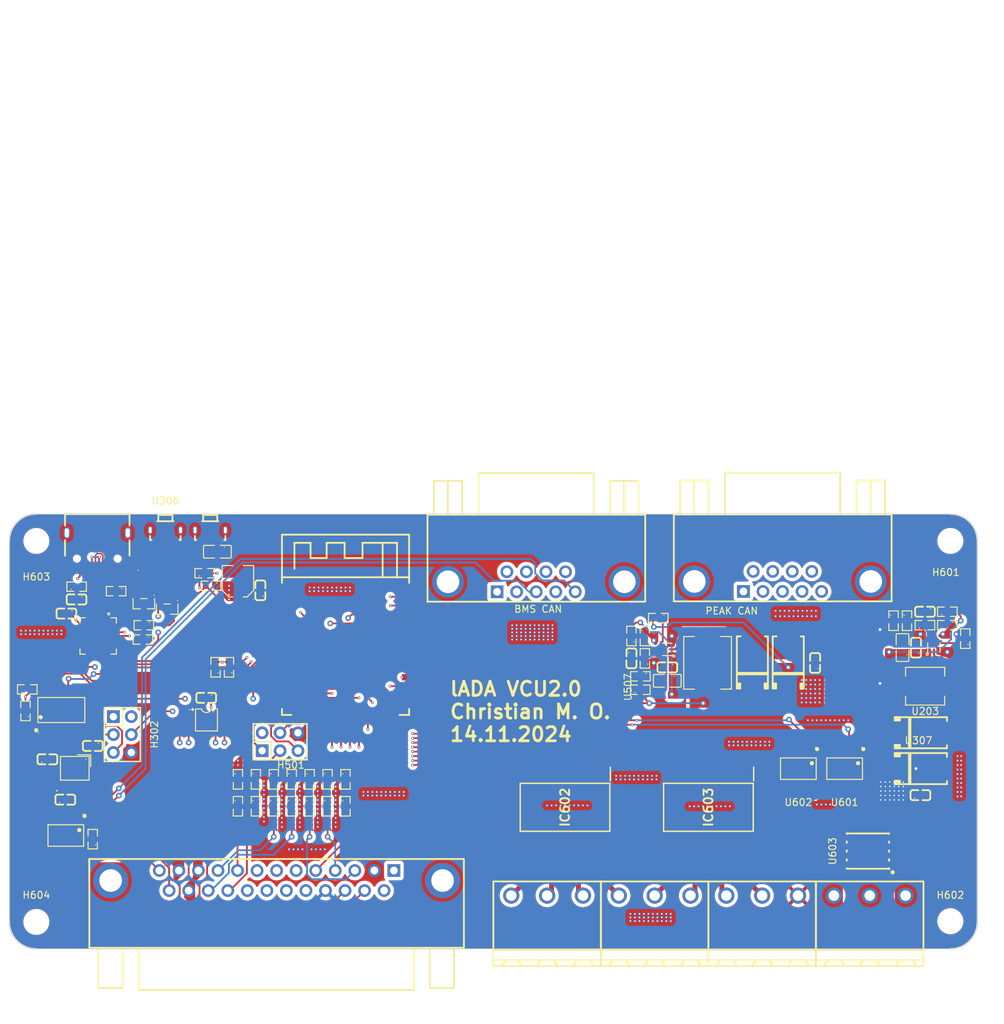
<source format=kicad_pcb>
(kicad_pcb (version 20240108) (generator "pcbnew") (generator_version "8.0")
  (layers (0 "F.Cu" signal) (1 "In1.Cu" signal) (2 "In2.Cu" signal) (31 "B.Cu" signal) (34 "B.Paste" user) (35 "F.Paste" user) (36 "B.SilkS" user "B.Silkscreen") (37 "F.SilkS" user "F.Silkscreen") (38 "B.Mask" user) (39 "F.Mask" user) (44 "Edge.Cuts" user))
  (net 0 "")
  (net 1 "GND")
  (net 2 "+3.3V")
  (net 3 "VBUS")
  (net 4 "+12V")
  (net 5 "+5V")
  (net 6 "/esp32S3/RX")
  (net 7 "/esp32S3/EN")
  (net 8 "/esp32S3/TX")
  (net 9 "/PowerMGMT/PWI0")
  (net 10 "+12P")
  (net 11 "/PowerMGMT/LPWI2")
  (net 12 "/PowerMGMT/LPWI3")
  (net 13 "/PowerMGMT/LPWI0")
  (net 14 "/PowerMGMT/LPWI1")
  (net 15 "/PowerMGMT/PWI1")
  (net 16 "/PowerMGMT/LPWI4")
  (net 17 "/PowerMGMT/LPWI5")
  (net 18 "/PowerMGMT/LPWI6")
  (net 19 "/PowerMGMT/LPWI7")
  (net 20 "/esp32S3/BOOT")
  (net 21 "/e/MOSI")
  (net 22 "/esp32S3/EXT_CS")
  (net 23 "/e/SCK")
  (net 24 "/e/MISO")
  (net 25 "/Connector/IO4")
  (net 26 "/Connector/IO1")
  (net 27 "/Connector/IO3")
  (net 28 "/Connector/IO2")
  (net 29 "/e/P1")
  (net 30 "/e/P2")
  (net 31 "/e/P3")
  (net 32 "/Connector/LPWO1")
  (net 33 "/Connector/LPWO0")
  (net 34 "/Connector/LPWO2")
  (net 35 "/Connector/LPWO3")
  (net 36 "/Connector/LPWO4")
  (net 37 "/Connector/LPWO5")
  (net 38 "/Connector/LPWO6")
  (net 39 "/Connector/LPWO7")
  (net 40 "/Connector/PWO0")
  (net 41 "/Connector/PWO1")
  (net 42 "/Connector/SCL")
  (net 43 "/Connector/SDA")
  (net 44 "/Connector/P1H")
  (net 45 "/Connector/P2H")
  (net 46 "/Connector/P3H")
  (net 47 "/Connector/P4H")
  (net 48 "/Connector/P5H")
  (net 49 "/e/P4")
  (net 50 "/e/P5")
  (net 51 "/Connector/P6H")
  (net 52 "/e/P6")
  (net 53 "/Connector/P7H")
  (net 54 "/Connector/CAN_L")
  (net 55 "/Connector/CAN_H")
  (net 56 "/Connector/A2")
  (net 57 "/Connector/A0")
  (net 58 "/Connector/A1")
  (net 59 "/Connector/A3")
  (net 60 "Net-(U201-FB)")
  (net 61 "Net-(U202-FB)")
  (net 62 "Net-(U303-VDD)")
  (net 63 "Net-(U402-OSC1)")
  (net 64 "Net-(U402-OSC2)")
  (net 69 "Net-(U201-SW)")
  (net 70 "Net-(U202-SW)")
  (net 71 "Net-(U201-PG)")
  (net 72 "Net-(U201-EN)")
  (net 73 "Net-(R203-Pad1)")
  (net 74 "Net-(U202-PG)")
  (net 75 "Net-(U202-EN)")
  (net 76 "Net-(R209-Pad1)")
  (net 77 "Net-(U303-DTR)")
  (net 78 "Net-(U302-B)")
  (net 79 "Net-(U302-E)")
  (net 80 "Net-(U304-B)")
  (net 81 "Net-(U305-CC1)")
  (net 82 "Net-(U305-CC2)")
  (net 83 "Net-(U402-RESET#)")
  (net 84 "Net-(U402-TX0RTS#)")
  (net 85 "Net-(U401-RS)")
  (net 86 "/e/P7")
  (net 88 "/e/CAN_CS")
  (net 90 "/e/CAN_IN")
  (net 93 "/e/TXCAN")
  (net 94 "/e/RXCAN")
  (net 98 "Net-(U303-D-)")
  (net 113 "Net-(U303-D+)")
  (net 143 "Net-(U603B-G2)")
  (net 145 "Net-(U603A-G1)")
  (footprint "footprint:R0603" (layer "F.Cu") (at 155.146035 122.420472)
    (property "Reference" "R212" (hide yes))
    (property "Value" "30k")
  )
  (footprint "footprint:R0603" (layer "F.Cu") (at 65.405 148.073366 -90)
    (property "Reference" "R407" (hide yes))
    (property "Value" "7.5k")
  )
  (footprint "footprint:R0603" (layer "F.Cu") (at 158.321035 122.420472 180)
    (property "Reference" "R210" (hide yes))
    (property "Value" "30k")
  )
  (footprint "footprint:R0603" (layer "F.Cu") (at 115.451634 127.127 90)
    (property "Reference" "R206" (hide yes))
    (property "Value" "10k")
  )
  (footprint "footprint:C0603" (layer "F.Cu") (at 60.96 117.475 90)
    (property "Reference" "C303" (hide yes))
    (property "Value" "100nF")
  )
  (footprint "footprint:C0603" (layer "F.Cu") (at 118.626634 128.397 180)
    (property "Reference" "C202" (hide yes))
    (property "Value" "100nF")
  )
  (footprint "footprint:C0603" (layer "F.Cu") (at 33.462975 120.777 180)
    (property "Reference" "C305" (hide yes))
    (property "Value" "100nF")
  )
  (footprint "MountingHole:MountingHole_3.2mm_M3_DIN965" (layer "F.Cu") (at 158.75 164.465)
    (property "Reference" "H602")
    (property "Value" "MountingHole")
  )
  (footprint "footprint:C0805" (layer "F.Cu") (at 118.626634 130.302 180)
    (property "Reference" "C201" (hide yes))
    (property "Value" "10uF")
  )
  (footprint "footprint:R0603" (layer "F.Cu") (at 70.485 148.073366 -90)
    (property "Reference" "R409" (hide yes))
    (property "Value" "7.5k")
  )
  (footprint "MountingHole:MountingHole_3.2mm_M3_DIN965" (layer "F.Cu") (at 29.21 110.49)
    (property "Reference" "H603")
    (property "Value" "MountingHole")
  )
  (footprint "MountingHole:MountingHole_3.2mm_M3_DIN965" (layer "F.Cu") (at 158.75 110.49)
    (property "Reference" "H601")
    (property "Value" "MountingHole")
  )
  (footprint "footprint:R0603" (layer "F.Cu") (at 115.451634 123.952 -90)
    (property "Reference" "R204" (hide yes))
    (property "Value" "30k")
  )
  (footprint "footprint:R0603" (layer "F.Cu") (at 40.513 117.602 180)
    (property "Reference" "R307" (hide yes))
    (property "Value" "5.1k")
  )
  (footprint "footprint:CONN-TH_3P-P5.08_TE_282815-3" (layer "F.Cu") (at 147.32 160.731988)
    (property "Reference" "U504" (hide yes))
    (property "Value" "282815-3")
  )
  (footprint "footprint:DB25-TH_D-SUB-DR-25PCM-BB" (layer "F.Cu") (at 63.26505 158.60001)
    (property "Reference" "U505" (hide yes))
    (property "Value" "D-SUB-DR-25PCM-BB")
  )
  (footprint "footprint:CRYSTAL-SMD_4P-L3.2-W2.5-BL" (layer "F.Cu") (at 34.660083 142.697968 180)
    (property "Reference" "X401" (hide yes))
    (property "Value" "K3A160002010")
  )
  (footprint "footprint:R0603" (layer "F.Cu") (at 37.200083 152.739602 90)
    (property "Reference" "R403" (hide yes))
    (property "Value" "10")
  )
  (footprint "footprint:C0805" (layer "F.Cu") (at 54.864 112.014 180)
    (property "Reference" "C301" (hide yes))
    (property "Value" "1uF")
  )
  (footprint "footprint:SOIC127P1030X265-20N" (layer "F.Cu") (at 124.46 148.222 -90)
    (property "Reference" "IC603")
    (property "Value" "BTS716GB" (hide yes))
  )
  (footprint "footprint:SOT-563-6_L1.6-W1.2-P0.5-LS1.6-BR" (layer "F.Cu") (at 118.626634 125.857)
    (property "Reference" "U201" (hide yes))
    (property "Value" "TPS564257DRLR")
  )
  (footprint "footprint:CONN-TH_3P-P5.08_TE_282815-3" (layer "F.Cu") (at 101.6 160.731988)
    (property "Reference" "U501" (hide yes))
    (property "Value" "282815-3")
  )
  (footprint "footprint:CAP-SMD_L7.3-W4.3-L-FD" (layer "F.Cu") (at 130.691634 127.762 90)
    (property "Reference" "C204" (hide yes))
    (property "Value" "22uF")
  )
  (footprint "footprint:CAP-SMD_L7.3-W4.3-L-FD" (layer "F.Cu") (at 135.771634 127.762 90)
    (property "Reference" "C205" (hide yes))
    (property "Value" "22uF")
  )
  (footprint "footprint:R0603" (layer "F.Cu") (at 113.546634 123.952 90)
    (property "Reference" "R202" (hide yes))
    (property "Value" "210k")
  )
  (footprint "footprint:SOIC127P1030X265-20N" (layer "F.Cu") (at 104.14 148.222 -90)
    (property "Reference" "IC602")
    (property "Value" "BTS716GB" (hide yes))
  )
  (footprint "footprint:R0603" (layer "F.Cu") (at 114.816634 131.572)
    (property "Reference" "R203" (hide yes))
    (property "Value" "43k")
  )
  (footprint "footprint:CAP-SMD_L7.3-W4.3-L-FD" (layer "F.Cu") (at 154.511035 142.740472)
    (property "Reference" "C211" (hide yes))
    (property "Value" "22uF")
  )
  (footprint "footprint:R0603" (layer "F.Cu") (at 60.325 148.073366 -90)
    (property "Reference" "R405" (hide yes))
    (property "Value" "7.5k")
  )
  (footprint "footprint:DB9-TH_D-SUB-DR-9PCM-CB" (layer "F.Cu") (at 134.965321 116.22799 180)
    (property "Reference" "U507")
    (property "Value" "D-SUB-DR-9PCM-CB")
  )
  (footprint "footprint:R0603" (layer "F.Cu") (at 150.701035 121.785472 -90)
    (property "Reference" "R209" (hide yes))
    (property "Value" "10k")
  )
  (footprint "footprint:DB9-TH_D-SUB-DR-9PCM-CB" (layer "F.Cu") (at 100.049597 116.2725 180)
    (property "Reference" "U506" (hide yes))
    (property "Value" "D-SUB-DR-9PCM-CB")
  )
  (footprint "footprint:R0603" (layer "F.Cu") (at 67.945 144.263366 -90)
    (property "Reference" "R415" (hide yes))
    (property "Value" "2.7k")
  )
  (footprint "footprint:QFN-28_L5.0-W5.0-P0.50-TL-EP3.3" (layer "F.Cu") (at 37.973 123.952 -90)
    (property "Reference" "U303" (hide yes))
    (property "Value" "CP2102N-A02-GQFN28R")
  )
  (footprint "footprint:C0603" (layer "F.Cu") (at 154.511035 146.504702)
    (property "Reference" "C212" (hide yes))
    (property "Value" "100nF")
  )
  (footprint "MountingHole:MountingHole_3.2mm_M3_DIN965" (layer "F.Cu") (at 29.21 164.465)
    (property "Reference" "H604")
    (property "Value" "MountingHole")
  )
  (footprint "footprint:R0603" (layer "F.Cu") (at 114.816634 129.667 180)
    (property "Reference" "R205" (hide yes))
    (property "Value" "2.2k")
  )
  (footprint "footprint:R0603" (layer "F.Cu") (at 53.975 116.84 180)
    (property "Reference" "R301" (hide yes))
    (property "Value" "10k")
  )
  (footprint "footprint:R0603" (layer "F.Cu") (at 117.356634 121.412 180)
    (property "Reference" "R201" (hide yes))
    (property "Value" "10k")
  )
  (footprint "footprint:R0603" (layer "F.Cu") (at 152.606035 121.785472 -90)
    (property "Reference" "R211" (hide yes))
    (property "Value" "210k")
  )
  (footprint "footprint:TSSOP-20_L6.5-W4.4-P0.65-LS6.4-BL" (layer "F.Cu") (at 32.755083 134.442968)
    (property "Reference" "U402" (hide yes))
    (property "Value" "MCP2515-I/ST")
  )
  (footprint "footprint:HDR-TH_6P-P2.54-V-M-R2-C3-S2.54-1" (layer "F.Cu") (at 63.754 138.938)
    (property "Reference" "H501")
    (property "Value" "2x3")
  )
  (footprint "footprint:KEY-SMD_TS35CA" (layer "F.Cu") (at 47.498 108.712)
    (property "Reference" "U306")
    (property "Value" "TS35CA")
  )
  (footprint "footprint:R0603" (layer "F.Cu") (at 62.865 148.073366 -90)
    (property "Reference" "R406" (hide yes))
    (property "Value" "7.5k")
  )
  (footprint "footprint:CONN-TH_3P-P5.08_TE_282815-3" (layer "F.Cu") (at 132.08 160.731988)
    (property "Reference" "U503" (hide yes))
    (property "Value" "282815-3")
  )
  (footprint "footprint:R0603" (layer "F.Cu") (at 54.61 128.388366 90)
    (property "Reference" "R303" (hide yes))
    (property "Value" "2.2k")
  )
  (footprint "footprint:PDFN-8_L5.9-W5.2-P1.27-LS6.2-BL-1" (layer "F.Cu") (at 147.066 154.432 90)
    (property "Reference" "U603")
    (property "Value" "VBQA4317")
  )
  (footprint "footprint:R0603" (layer "F.Cu") (at 73.025 144.263366 -90)
    (property "Reference" "R417" (hide yes))
    (property "Value" "2.7k")
  )
  (footprint "footprint:IND-SMD_L7.3-W6.6" (layer "F.Cu") (at 124.341634 127.762 90)
    (property "Reference" "L201" (hide yes))
    (property "Value" "3.3uH")
  )
  (footprint "footprint:R0603" (layer "F.Cu") (at 60.325 144.263366 -90)
    (property "Reference" "R412" (hide yes))
    (property "Value" "2.7k")
  )
  (footprint "footprint:IND-SMD_L5.4-W5.2" (layer "F.Cu") (at 155.175987 131.064)
    (property "Reference" "U203")
    (property "Value" "SLO0530H4R7MTT")
  )
  (footprint "footprint:USB-C-SMD_YTC-TC16S-24" (layer "F.Cu") (at 37.84799 111.894447 180)
    (property "Reference" "U305" (hide yes))
    (property "Value" "YTC-TC16S-24")
  )
  (footprint "footprint:SOIC-8_L4.9-W3.9-P1.27-LS6.0-BL" (layer "F.Cu") (at 143.764 142.748 180)
    (property "Reference" "U601")
    (property "Value" "TC4429COA")
  )
  (footprint "footprint:C0603" (layer "F.Cu") (at 37.200083 139.522968 180)
    (property "Reference" "C402" (hide yes))
    (property "Value" "22pF")
  )
  (footprint "footprint:R0603" (layer "F.Cu") (at 65.405 144.263366 -90)
    (property "Reference" "R414" (hide yes))
    (property "Value" "2.7k")
  )
  (footprint "footprint:C0603" (layer "F.Cu") (at 155.146035 120.515472 180)
    (property "Reference" "C209" (hide yes))
    (property "Value" "10pF")
  )
  (footprint "footprint:C0603" (layer "F.Cu") (at 139.581634 127.762 90)
    (property "Reference" "C206" (hide yes))
    (property "Value" "100nF")
  )
  (footprint "footprint:SOT-23-3_L2.9-W1.3-P1.90-LS2.4-BR" (layer "F.Cu") (at 47.752 120.142 90)
    (property "Reference" "U302" (hide yes))
    (property "Value" "BC817")
  )
  (footprint "footprint:SOIC-8_L4.9-W3.9-P1.27-LS6.0-BL" (layer "F.Cu") (at 137.209962 142.748 180)
    (property "Reference" "U602")
    (property "Value" "TC4429COA")
  )
  (footprint "footprint:R0603" (layer "F.Cu") (at 53.077366 115.062)
    (property "Reference" "R304" (hide yes))
    (property "Value" "10k")
  )
  (footprint "footprint:R0603" (layer "F.Cu") (at 67.945 148.073366 -90)
    (property "Reference" "R408" (hide yes))
    (property "Value" "7.5k")
  )
  (footprint "footprint:R0603" (layer "F.Cu") (at 44.45 122.428 180)
    (property "Reference" "R305" (hide yes))
    (property "Value" "10k")
  )
  (footprint "footprint:KEY-SMD_TS35CA" (layer "F.Cu") (at 53.848 108.712)
    (property "Reference" "U307")
    (property "Value" "TS35CA")
  )
  (footprint "footprint:C0603" (layer "F.Cu") (at 153.876035 125.595472 90)
    (property "Reference" "C208" (hide yes))
    (property "Value" "100nF")
  )
  (footprint "footprint:HDR-TH_6P-P2.54-V-M-R2-C3-S2.54-1" (layer "F.Cu") (at 41.402003 137.922 -90)
    (property "Reference" "H302")
    (property "Value" "2x3")
  )
  (footprint "footprint:C0603" (layer "F.Cu") (at 53.274975 132.715 180)
    (property "Reference" "C404" (hide yes))
    (property "Value" "100nF")
  )
  (footprint "footprint:R0603" (layer "F.Cu") (at 27.929083 131.521968)
    (property "Reference" "R401" (hide yes))
    (property "Value" "10k")
  )
  (footprint "footprint:R0603" (layer "F.Cu") (at 73.025 148.073366 -90)
    (property "Reference" "R410" (hide yes))
    (property "Value" "7.5k")
  )
  (footprint "footprint:R0603" (layer "F.Cu") (at 158.321035 120.515472)
    (property "Reference" "R208" (hide yes))
    (property "Value" "210k")
  )
  (footprint "footprint:R0603" (layer "F.Cu") (at 57.785 148.073366 -90)
    (property "Reference" "R404" (hide yes))
    (property "Value" "7.5k")
  )
  (footprint "footprint:SOIC-8_L4.9-W3.9-P1.27-LS6.0-BL" (layer "F.Cu") (at 33.390083 152.222968 180)
    (property "Reference" "U401" (hide yes))
    (property "Value" "MCP2551-I/SN")
  )
  (footprint "footprint:C0603" (layer "F.Cu") (at 113.546634 127.127 -90)
    (property "Reference" "C203" (hide yes))
    (property "Value" "10pF")
  )
  (footprint "footprint:CAP-SMD_L7.3-W4.3-L-FD" (layer "F.Cu") (at 154.511035 137.660472)
    (property "Reference" "C210" (hide yes))
    (property "Value" "22uF")
  )
  (footprint "footprint:R0603" (layer "F.Cu") (at 56.515 128.388366 90)
    (property "Reference" "R302" (hide yes))
    (property "Value" "2.2k")
  )
  (footprint "footprint:WIRELM-SMD_ESP32-S3-WROOM-1" (layer "F.Cu") (at 73.025 125.993513)
    (property "Reference" "U301" (hide yes))
    (property "Value" "ESP32-S3-WROOM-1(N8R2)")
  )
  (footprint "footprint:SOT-563-6_L1.6-W1.2-P0.5-LS1.6-BR" (layer "F.Cu") (at 156.416035 125.595472 -90)
    (property "Reference" "U202" (hide yes))
    (property "Value" "TPS564257DRLR")
  )
  (footprint "footprint:C0603" (layer "F.Cu") (at 33.325058 147.142968)
    (property "Reference" "C401" (hide yes))
    (property "Value" "100nF")
  )
  (footprint "footprint:C0603" (layer "F.Cu") (at 30.785058 141.427968)
    (property "Reference" "C403" (hide yes))
    (property "Value" "22pF")
  )
  (footprint "footprint:R0603" (layer "F.Cu") (at 70.485 144.263366 -90)
    (property "Reference" "R416" (hide yes))
    (property "Value" "2.7k")
  )
  (footprint "footprint:R0603" (layer "F.Cu") (at 62.865 144.263366 -90)
    (property "Reference" "R413" (hide yes))
    (property "Value" "2.7k")
  )
  (footprint "footprint:CONN-TH_3P-P5.08_TE_282815-3" (layer "F.Cu") (at 116.84 160.731988)
    (property "Reference" "U502" (hide yes))
    (property "Value" "282815-3")
  )
  (footprint "footprint:R0603" (layer "F.Cu") (at 57.785 144.263366 -90)
    (property "Reference" "R411" (hide yes))
    (property "Value" "2.7k")
  )
  (footprint "footprint:C0603" (layer "F.Cu") (at 34.900219 118.775303 180)
    (property "Reference" "C304" (hide yes))
    (property "Value" "100nF")
  )
  (footprint "footprint:R0603" (layer "F.Cu") (at 34.916366 116.967)
    (property "Reference" "R308" (hide yes))
    (property "Value" "5.1k")
  )
  (footprint "footprint:SOT-23-3_L2.9-W1.3-P1.90-LS2.4-BR" (layer "F.Cu") (at 44.45 119.38 90)
    (property "Reference" "U304" (hide yes))
    (property "Value" "BC817")
  )
  (footprint "footprint:CAP-SMD_BD4.0-L4.3-W4.3-LS5.1-FD" (layer "F.Cu") (at 57.785 116.205 90)
    (property "Reference" "C302" (hide yes))
    (property "Value" "22uF")
  )
  (footprint "footprint:VSSOP-10_L3.0-W3.0-P0.50-LS4.9-BL" (layer "F.Cu") (at 53.34 135.89 -90)
    (property "Reference" "U403" (hide yes))
    (property "Value" "ADS1015IDGST")
  )
  (footprint "footprint:C0805" (layer "F.Cu") (at 151.971035 125.595472 90)
    (property "Reference" "C207" (hide yes))
    (property "Value" "10uF")
  )
  (footprint "footprint:R0603" (layer "F.Cu") (at 44.319515 124.46 180)
    (property "Reference" "R306" (hide yes))
    (property "Value" "10k")
  )
  (footprint "footprint:R0603" (layer "F.Cu") (at 27.675083 134.561334 90)
    (property "Reference" "R402" (hide yes))
    (property "Value" "210k")
  )
  (footprint "footprint:R0603" (layer "F.Cu") (at 160.861035 124.325472 90)
    (property "Reference" "R207" (hide yes))
    (property "Value" "10k")
  )
  (gr_line (start 162.56 110.49) (end 162.56 164.465) (stroke (width 0.1)) (layer "Edge.Cuts"))
  (gr_line (start 29.21 106.68) (end 158.75 106.68) (stroke (width 0.1)) (layer "Edge.Cuts"))
  (gr_arc (start 162.56 164.465) (mid 161.444077 167.159077) (end 158.75 168.275) (stroke (width 0.2)) (layer "Edge.Cuts"))
  (gr_arc (start 158.75 106.68) (mid 161.444077 107.795923) (end 162.56 110.49) (stroke (width 0.2)) (layer "Edge.Cuts"))
  (gr_arc (start 29.21 168.275) (mid 26.515923 167.159077) (end 25.4 164.465) (stroke (width 0.2)) (layer "Edge.Cuts"))
  (gr_arc (start 25.4 110.49) (mid 26.515923 107.795923) (end 29.21 106.68) (stroke (width 0.2)) (layer "Edge.Cuts"))
  (gr_line (start 158.75 168.275) (end 29.21 168.275) (stroke (width 0.1)) (layer "Edge.Cuts"))
  (gr_line (start 25.4 164.465) (end 25.4 110.49) (stroke (width 0.1)) (layer "Edge.Cuts"))
  (gr_text "PEAK CAN\n" (at 127.762 120.396 0) (layer "F.SilkS") (effects (font (size 1 1))))
  (gr_text "lADA VCU2.0\nChristian M. O.\n14.11.2024" (at 87.63 139.065 0) (layer "F.SilkS") (effects (font (size 2 2) (thickness 0.4) (bold yes)) (justify left bottom)))
  (gr_text "BMS CAN" (at 100.33 120.142 0) (layer "F.SilkS") (effects (font (size 1 1))))
  (segment (start 115.451634 123.198634) (end 115.451634 123.317) (width 0.25) (layer "F.Cu") (net 1))
  (segment (start 37.973 123.952) (end 38.472873 123.452127) (width 0.25) (layer "F.Cu") (net 1))
  (segment (start 67.945 143.51) (end 66.675 144.78) (width 0.25) (layer "F.Cu") (net 1))
  (segment (start 38.472873 121.574555) (end 38.472873 120.832175) (width 0.25) (layer "F.Cu") (net 1))
  (segment (start 64.274936 117.098542) (end 64.274936 117.335064) (width 0.6) (layer "F.Cu") (net 1))
  (segment (start 73.025 143.51) (end 71.755 144.78) (width 0.25) (layer "F.Cu") (net 1))
  (segment (start 57.785 143.51) (end 57.785 141.605) (width 0.25) (layer "F.Cu") (net 1))
  (segment (start 115.451634 123.317) (end 116.721634 124.587) (width 0.25) (layer "F.Cu") (net 1))
  (segment (start 69.215 144.78) (end 69.215 145.415) (width 0.25) (layer "F.Cu") (net 1))
  (segment (start 50.989987 134.890127) (end 50.989987 134.299963) (width 0.25) (layer "F.Cu") (net 1))
  (segment (start 38.472873 123.452127) (end 38.472873 121.574555) (width 0.25) (layer "F.Cu") (net 1))
  (segment (start 50.989987 134.299963) (end 52.57495 132.715) (width 0.25) (layer "F.Cu") (net 1))
  (segment (start 50.989987 135.889873) (end 51.940114 135.889873) (width 0.25) (layer "F.Cu") (net 1))
  (segment (start 66.675 144.78) (end 66.675 145.415) (width 0.25) (layer "F.Cu") (net 1))
  (segment (start 61.283567 117.098542) (end 60.96 116.774975) (width 0.6) (layer "F.Cu") (net 1))
  (segment (start 51.940114 135.889873) (end 52.07 135.759987) (width 0.25) (layer "F.Cu") (net 1))
  (segment (start 71.755 144.78) (end 71.755 145.415) (width 0.25) (layer "F.Cu") (net 1))
  (segment (start 159.074401 122.420472) (end 158.956035 122.420472) (width 0.25) (layer "F.Cu") (net 1))
  (segment (start 60.96 116.774975) (end 60.96 116.205) (width 0.6) (layer "F.Cu") (net 1))
  (segment (start 158.956035 122.420472) (end 157.686035 123.690472) (width 0.25) (layer "F.Cu") (net 1))
  (segment (start 52.07 135.759987) (end 52.07 135.020013) (width 0.25) (layer "F.Cu") (net 1))
  (segment (start 59.160025 114.405025) (end 57.785 114.405025) (width 0.6) (layer "F.Cu") (net 1))
  (segment (start 70.485 143.51) (end 69.215 144.78) (width 0.25) (layer "F.Cu") (net 1))
  (segment (start 65.405 143.51) (end 64.135 144.78) (width 0.25) (layer "F.Cu") (net 1))
  (segment (start 64.274936 117.098542) (end 61.283567 117.098542) (width 0.6) (layer "F.Cu") (net 1))
  (segment (start 34.597977 114.441894) (end 34.597977 114.727099) (width 0.25) (layer "F.Cu") (net 1))
  (segment (start 60.96 116.205) (end 59.160025 114.405025) (width 0.6) (layer "F.Cu") (net 1))
  (segment (start 51.940114 134.890127) (end 50.989987 134.890127) (width 0.25) (layer "F.Cu") (net 1))
  (segment (start 64.135 144.78) (end 64.135 145.415) (width 0.25) (layer "F.Cu") (net 1))
  (segment (start 52.07 135.020013) (end 51.940114 134.890127) (width 0.25) (layer "F.Cu") (net 1))
  (segment (start 38.472873 120.832175) (end 39.37 119.935048) (width 0.25) (layer "F.Cu") (net 1))
  (via (at 139.827 135.89) (size 0.4) (drill 0.2) (layers "F.Cu" "B.Cu") (net 1))
  (via (at 98.552 124.46) (size 0.4) (drill 0.2) (layers "F.Cu" "B.Cu") (net 1))
  (via (at 124.333 148.082) (size 0.4) (drill 0.2) (layers "F.Cu" "B.Cu") (net 1))
  (via (at 79.375 146.05) (size 0.4) (drill 0.2) (layers "F.Cu" "B.Cu") (net 1))
  (via (at 80.645 146.558) (size 0.4) (drill 0.2) (layers "F.Cu" "B.Cu") (net 1))
  (via (at 128.016 139.446) (size 0.4) (drill 0.2) (layers "F.Cu" "B.Cu") (net 1))
  (via (at 28.956 123.19) (size 0.4) (drill 0.2) (layers "F.Cu" "B.Cu") (net 1))
  (via (at 131.826 139.446) (size 0.4) (drill 0.2) (layers "F.Cu" "B.Cu") (net 1))
  (via (at 101.727 122.936) (size 0.4) (drill 0.2) (layers "F.Cu" "B.Cu") (net 1))
  (via (at 102.362 124.46) (size 0.4) (drill 0.2) (layers "F.Cu" "B.Cu") (net 1))
  (via (at 137.795 120.396) (size 0.4) (drill 0.2) (layers "F.Cu" "B.Cu") (net 1))
  (via (at 159.766 146.05) (size 0.4) (drill 0.2) (layers "F.Cu" "B.Cu") (net 1))
  (via (at 76.835 146.558) (size 0.4) (drill 0.2) (layers "F.Cu" "B.Cu") (net 1))
  (via (at 99.822 124.46) (size 0.4) (drill 0.2) (layers "F.Cu" "B.Cu") (net 1))
  (via (at 71.628 147.828) (size 0.4) (drill 0.2) (layers "F.Cu" "B.Cu") (net 1))
  (via (at 129.286 139.446) (size 0.4) (drill 0.2) (layers "F.Cu" "B.Cu") (net 1))
  (via (at 27.051 123.19) (size 0.4) (drill 0.2) (layers "F.Cu" "B.Cu") (net 1))
  (via (at 154.511035 123.690472) (size 0.8) (drill 0.4) (layers "F.Cu" "B.Cu") (net 1))
  (via (at 141.097 135.89) (size 0.4) (drill 0.2) (layers "F.Cu" "B.Cu") (net 1))
  (via (at 99.822 123.444) (size 0.4) (drill 0.2) (layers "F.Cu" "B.Cu") (net 1))
  (via (at 68.199 154.178) (size 0.4) (drill 0.2) (layers "F.Cu" "B.Cu") (net 1))
  (via (at 66.548 146.558) (size 0.4) (drill 0.2) (layers "F.Cu" "B.Cu") (net 1))
  (via (at 29.591 123.19) (size 0.4) (drill 0.2) (layers "F.Cu" "B.Cu") (net 1))
  (via (at 114.681 164.338) (size 0.4) (drill 0.2) (layers "F.Cu" "B.Cu") (net 1))
  (via (at 97.282 122.428) (size 0.4) (drill 0.2) (layers "F.Cu" "B.Cu") (net 1))
  (via (at 129.921 138.938) (size 0.4) (drill 0.2) (layers "F.Cu" "B.Cu") (net 1))
  (via (at 77.47 146.05) (size 0.4) (drill 0.2) (layers "F.Cu" "B.Cu") (net 1))
  (via (at 160.274 141.605) (size 0.4) (drill 0.2) (layers "F.Cu" "B.Cu") (net 1))
  (via (at 69.088 148.463) (size 0.4) (drill 0.2) (layers "F.Cu" "B.Cu") (net 1))
  (via (at 97.917 123.444) (size 0.4) (drill 0.2) (layers "F.Cu" "B.Cu") (net 1))
  (via (at 66.929 154.178) (size 0.4) (drill 0.2) (layers "F.Cu" "B.Cu") (net 1))
  (via (at 113.411 163.83) (size 0.4) (drill 0.2) (layers "F.Cu" "B.Cu") (net 1))
  (via (at 69.469 154.178) (size 0.4) (drill 0.2) (layers "F.Cu" "B.Cu") (net 1))
  (via (at 69.088 151.003) (size 0.4) (drill 0.2) (layers "F.Cu" "B.Cu") (net 1))
  (via (at 61.468 148.971) (size 0.4) (drill 0.2) (layers "F.Cu" "B.Cu") (net 1))
  (via (at 69.088 149.733) (size 0.4) (drill 0.2) (layers "F.Cu" "B.Cu") (net 1))
  (via (at 137.16 121.158) (size 0.4) (drill 0.2) (layers "F.Cu" "B.Cu") (net 1))
  (via (at 104.14 147.955) (size 0.4) (drill 0.2) (layers "F.Cu" "B.Cu") (net 1))
  (via (at 113.284 143.764) (size 0.4) (drill 0.2) (layers "F.Cu" "B.Cu") (net 1))
  (via (at 64.008 151.003) (size 0.4) (drill 0.2) (layers "F.Cu" "B.Cu") (net 1))
  (via (at 96.647 122.428) (size 0.4) (drill 0.2) (layers "F.Cu" "B.Cu") (net 1))
  (via (at 128.651 138.938) (size 0.4) (drill 0.2) (layers "F.Cu" "B.Cu") (net 1))
  (via (at 30.861 123.19) (size 0.4) (drill 0.2) (layers "F.Cu" "B.Cu") (net 1))
  (via (at 102.362 122.936) (size 0.4) (drill 0.2) (layers "F.Cu" "B.Cu") (net 1))
  (via (at 61.468 148.336) (size 0.4) (drill 0.2) (layers "F.Cu" "B.Cu") (net 1))
  (via (at 101.092 124.46) (size 0.4) (drill 0.2) (layers "F.Cu" "B.Cu") (net 1))
  (via (at 116.721634 127.762) (size 0.8) (drill 0.4) (layers "F.Cu" "B.Cu") (net 1))
  (via (at 160.274 145.415) (size 0.4) (drill 0.2) (layers "F.Cu" "B.Cu") (net 1))
  (via (at 100.457 122.428) (size 0.4) (drill 0.2) (layers "F.Cu" "B.Cu") (net 1))
  (via (at 115.316 163.83) (size 0.4) (drill 0.2) (layers "F.Cu" "B.Cu") (net 1))
  (via (at 133.985 121.158) (size 0.4) (drill 0.2) (layers "F.Cu" "B.Cu") (net 1))
  (via (at 61.468 144.526) (size 0.4) (drill 0.2) (layers "F.Cu" "B.Cu") (net 1))
  (via (at 64.008 145.923) (size 0.4) (drill 0.2) (layers "F.Cu" "B.Cu") (net 1))
  (via (at 159.766 140.97) (size 0.4) (drill 0.2) (layers "F.Cu" "B.Cu") (net 1))
  (via (at 123.698 148.082) (size 0.4) (drill 0.2) (layers "F.Cu" "B.Cu") (net 1))
  (via (at 101.092 123.952) (size 0.4) (drill 0.2) (layers "F.Cu" "B.Cu") (net 1))
  (via (at 64.008 149.098) (size 0.4) (drill 0.2) (layers "F.Cu" "B.Cu") (net 1))
  (via (at 69.088 146.558) (size 0.4) (drill 0.2) (layers "F.Cu" "B.Cu") (net 1))
  (via (at 78.105 146.05) (size 0.4) (drill 0.2) (layers "F.Cu" "B.Cu") (net 1))
  (via (at 112.649 144.272) (size 0.4) (drill 0.2) (layers "F.Cu" "B.Cu") (net 1))
  (via (at 32.766 123.19) (size 0.4) (drill 0.2) (layers "F.Cu" "B.Cu") (net 1))
  (via (at 71.628 145.288) (size 0.4) (drill 0.2) (layers "F.Cu" "B.Cu") (net 1))
  (via (at 69.85 117.094) (size 0.4) (drill 0.2) (layers "F.Cu" "B.Cu") (net 1))
  (via (at 114.046 164.338) (size 0.4) (drill 0.2) (layers "F.Cu" "B.Cu") (net 1))
  (via (at 100.457 123.952) (size 0.4) (drill 0.2) (layers "F.Cu" "B.Cu") (net 1))
  (via (at 64.008 147.828) (size 0.4) (drill 0.2) (layers "F.Cu" "B.Cu") (net 1))
  (via (at 70.104 154.178) (size 0.4) (drill 0.2) (layers "F.Cu" "B.Cu") (net 1))
  (via (at 71.628 148.463) (size 0.4) (drill 0.2) (layers "F.Cu" "B.Cu") (net 1))
  (via (at 119.126 163.83) (size 0.4) (drill 0.2) (layers "F.Cu" "B.Cu") (net 1))
  (via (at 133.096 138.938) (size 0.4) (drill 0.2) (layers "F.Cu" "B.Cu") (net 1))
  (via (at 68.58 117.094) (size 0.4) (drill 0.2) (layers "F.Cu" "B.Cu") (net 1))
  (via (at 100.457 123.444) (size 0.4) (drill 0.2) (layers "F.Cu" "B.Cu") (net 1))
  (via (at 159.766 146.685) (size 0.4) (drill 0.2) (layers "F.Cu" "B.Cu") (net 1))
  (via (at 115.951 163.83) (size 0.4) (drill 0.2) (layers "F.Cu" "B.Cu") (net 1))
  (via (at 111.379 144.272) (size 0.4) (drill 0.2) (layers "F.Cu" "B.Cu") (net 1))
  (via (at 139.7 120.396) (size 0.4) (drill 0.2) (layers "F.Cu" "B.Cu") (net 1))
  (via (at 135.255 121.158) (size 0.4) (drill 0.2) (layers "F.Cu" "B.Cu") (net 1))
  (via (at 81.28 146.05) (size 0.4) (drill 0.2) (layers "F.Cu" "B.Cu") (net 1))
  (via (at 116.459 143.764) (size 0.4) (drill 0.2) (layers "F.Cu" "B.Cu") (net 1))
  (via (at 98.552 123.952) (size 0.4) (drill 0.2) (layers "F.Cu" "B.Cu") (net 1))
  (via (at 115.189 143.764) (size 0.4) (drill 0.2) (layers "F.Cu" "B.Cu") (net 1))
  (via (at 69.088 145.923) (size 0.4) (drill 0.2) (layers "F.Cu" "B.Cu") (net 1))
  (via (at 160.274 140.97) (size 0.4) (drill 0.2) (layers "F.Cu" "B.Cu") (net 1))
  (via (at 112.014 144.272) (size 0.4) (drill 0.2) (layers "F.Cu" "B.Cu") (net 1))
  (via (at 72.39 117.602) (size 0.4) (drill 0.2) (layers "F.Cu" "B.Cu") (net 1))
  (via (at 71.628 145.923) (size 0.4) (drill 0.2) (layers "F.Cu" "B.Cu") (net 1))
  (via (at 141.732 147.828) (size 0.4) (drill 0.2) (layers "F.Cu" "B.Cu") (net 1))
  (via (at 28.321 123.19) (size 0.4) (drill 0.2) (layers "F.Cu" "B.Cu") (net 1))
  (via (at 157.686035 123.690472) (size 0.8) (drill 0.4) (layers "F.Cu" "B.Cu") (net 1))
  (via (at 97.282 124.46) (size 0.4) (drill 0.2) (layers "F.Cu" "B.Cu") (net 1))
  (via (at 102.362 123.444) (size 0.4) (drill 0.2) (layers "F.Cu" "B.Cu") (net 1))
  (via (at 99.187 123.952) (size 0.4) (drill 0.2) (layers "F.Cu" "B.Cu") (net 1))
  (via (at 116.586 163.322) (size 0.4) (drill 0.2) (layers "F.Cu" "B.Cu") (net 1))
  (via (at 101.727 124.46) (size 0.4) (drill 0.2) (layers "F.Cu" "B.Cu") (net 1))
  (via (at 66.548 150.368) (size 0.4) (drill 0.2) (layers "F.Cu" "B.Cu") (net 1))
  (via (at 66.548 148.463) (size 0.4) (drill 0.2) (layers "F.Cu" "B.Cu") (net 1))
  (via (at 139.827 147.828) (size 0.4) (drill 0.2) (layers "F.Cu" "B.Cu") (net 1))
  (via (at 115.824 143.764) (size 0.4) (drill 0.2) (layers "F.Cu" "B.Cu") (net 1))
  (via (at 31.496 123.698) (size 0.4) (drill 0.2) (layers "F.Cu" "B.Cu") (net 1))
  (via (at 71.755 117.094) (size 0.4) (drill 0.2) (layers "F.Cu" "B.Cu") (net 1))
  (via (at 99.187 122.428) (size 0.4) (drill 0.2) (layers "F.Cu" "B.Cu") (net 1))
  (via (at 112.014 143.764) (size 0.4) (drill 0.2) (layers "F.Cu" "B.Cu") (net 1))
  (via (at 98.552 122.936) (size 0.4) (drill 0.2) (layers "F.Cu" "B.Cu") (net 1))
  (via (at 69.088 150.368) (size 0.4) (drill 0.2) (layers "F.Cu" "B.Cu") (net 1))
  (via (at 101.727 123.952) (size 0.4) (drill 0.2) (layers "F.Cu" "B.Cu") (net 1))
  (via (at 96.647 124.46) (size 0.4) (drill 0.2) (layers "F.Cu" "B.Cu") (net 1))
  (via (at 143.002 135.89) (size 0.4) (drill 0.2) (layers "F.Cu" "B.Cu") (net 1))
  (via (at 160.274 142.24) (size 0.4) (drill 0.2) (layers "F.Cu" "B.Cu") (net 1))
  (via (at 32.131 123.19) (size 0.4) (drill 0.2) (layers "F.Cu" "B.Cu") (net 1))
  (via (at 66.548 147.193) (size 0.4) (drill 0.2) (layers "F.Cu" "B.Cu") (net 1))
  (via (at 160.274 146.685) (size 0.4) (drill 0.2) (layers "F.Cu" "B.Cu") (net 1))
  (via (at 97.917 123.952) (size 0.4) (drill 0.2) (layers "F.Cu" "B.Cu") (net 1))
  (via (at 66.548 149.733) (size 0.4) (drill 0.2) (layers "F.Cu" "B.Cu") (net 1))
  (via (at 159.766 143.51) (size 0.4) (drill 0.2) (layers "F.Cu" "B.Cu") (net 1))
  (via (at 134.62 121.158) (size 0.4) (drill 0.2) (layers "F.Cu" "B.Cu") (net 1))
  (via (at 75.565 146.05) (size 0.4) (drill 0.2) (layers "F.Cu" "B.Cu") (net 1))
  (via (at 117.221 164.338) (size 0.4) (drill 0.2) (layers "F.Cu" "B.Cu") (net 1))
  (via (at 71.628 149.098) (size 0.4) (drill 0.2) (layers "F.Cu" "B.Cu") (net 1))
  (via (at 113.919 143.764) (size 0.4) (drill 0.2) (layers "F.Cu" "B.Cu") (net 1))
  (via (at 137.16 120.396) (size 0.4) (drill 0.2) (layers "F.Cu" "B.Cu") (net 1))
  (via (at 72.39 117.094) (size 0.4) (drill 0.2) (layers "F.Cu" "B.Cu") (net 1))
  (via (at 64.008 145.288) (size 0.4) (drill 0.2) (layers "F.Cu" "B.Cu") (net 1))
  (via (at 128.016 138.938) (size 0.4) (drill 0.2) (layers "F.Cu" "B.Cu") (net 1))
  (via (at 136.525 121.158) (size 0.4) (drill 0.2) (layers "F.Cu" "B.Cu") (net 1))
  (via (at 132.461 139.446) (size 0.4) (drill 0.2) (layers "F.Cu" "B.Cu") (net 1))
  (via (at 136.525 120.396) (size 0.4) (drill 0.2) (layers "F.Cu" "B.Cu") (net 1))
  (via (at 127.508 148.082) (size 0.4) (drill 0.2) (layers "F.Cu" "B.Cu") (net 1))
  (via (at 116.586 163.83) (size 0.4) (drill 0.2) (layers "F.Cu" "B.Cu") (net 1))
  (via (at 117.856 163.322) (size 0.4) (drill 0.2) (layers "F.Cu" "B.Cu") (net 1))
  (via (at 61.468 145.796) (size 0.4) (drill 0.2) (layers "F.Cu" "B.Cu") (net 1))
  (via (at 129.286 138.938) (size 0.4) (drill 0.2) (layers "F.Cu" "B.Cu") (net 1))
  (via (at 65.659 154.178) (size 0.4) (drill 0.2) (layers "F.Cu" "B.Cu") (net 1))
  (via (at 117.856 164.338) (size 0.4) (drill 0.2) (layers "F.Cu" "B.Cu") (net 1))
  (via (at 80.01 146.558) (size 0.4) (drill 0.2) (layers "F.Cu" "B.Cu") (net 1))
  (via (at 118.491 163.322) (size 0.4) (drill 0.2) (layers "F.Cu" "B.Cu") (net 1))
  (via (at 32.131 123.698) (size 0.4) (drill 0.2) (layers "F.Cu" "B.Cu") (net 1))
  (via (at 107.315 147.955) (size 0.4) (drill 0.2) (layers "F.Cu" "B.Cu") (net 1))
  (via (at 99.187 124.46) (size 0.4) (drill 0.2) (layers "F.Cu" "B.Cu") (net 1))
  (via (at 101.727 123.444) (size 0.4) (drill 0.2) (layers "F.Cu" "B.Cu") (net 1))
  (via (at 97.282 123.444) (size 0.4) (drill 0.2) (layers "F.Cu" "B.Cu") (net 1))
  (via (at 130.556 139.446) (size 0.4) (drill 0.2) (layers "F.Cu" "B.Cu") (net 1))
  (via (at 99.822 122.936) (size 0.4) (drill 0.2) (layers "F.Cu" "B.Cu") (net 1))
  (via (at 69.088 149.098) (size 0.4) (drill 0.2) (layers "F.Cu" "B.Cu") (net 1))
  (via (at 101.092 122.936) (size 0.4) (drill 0.2) (layers "F.Cu" "B.Cu") (net 1))
  (via (at 69.088 145.288) (size 0.4) (drill 0.2) (layers "F.Cu" "B.Cu") (net 1))
  (via (at 119.126 163.322) (size 0.4) (drill 0.2) (layers "F.Cu" "B.Cu") (net 1))
  (via (at 131.191 139.446) (size 0.4) (drill 0.2) (layers "F.Cu" "B.Cu") (net 1))
  (via (at 81.28 146.558) (size 0.4) (drill 0.2) (layers "F.Cu" "B.Cu") (net 1))
  (via (at 61.468 147.701) (size 0.4) (drill 0.2) (layers "F.Cu" "B.Cu") (net 1))
  (via (at 118.491 163.83) (size 0.4) (drill 0.2) (layers "F.Cu" "B.Cu") (net 1))
  (via (at 143.637 135.89) (size 0.4) (drill 0.2) (layers "F.Cu" "B.Cu") (net 1))
  (via (at 133.985 120.396) (size 0.4) (drill 0.2) (layers "F.Cu" "B.Cu") (net 1))
  (via (at 102.235 147.955) (size 0.4) (drill 0.2) (layers "F.Cu" "B.Cu") (net 1))
  (via (at 102.362 123.952) (size 0.4) (drill 0.2) (layers "F.Cu" "B.Cu") (net 1))
  (via (at 66.548 147.828) (size 0.4) (drill 0.2) (layers "F.Cu" "B.Cu") (net 1))
  (via (at 79.375 146.558) (size 0.4) (drill 0.2) (layers "F.Cu" "B.Cu") (net 1))
  (via (at 57.785 142.24) (size 0.4) (drill 0.2) (layers "F.Cu" "B.Cu") (net 1))
  (via (at 99.822 122.428) (size 0.4) (drill 0.2) (layers "F.Cu" "B.Cu") (net 1))
  (via (at 127.381 139.446) (size 0.4) (drill 0.2) (layers "F.Cu" "B.Cu") (net 1))
  (via (at 73.66 117.094) (size 0.4) (drill 0.2) (layers "F.Cu" "B.Cu") (net 1))
  (via (at 98.552 122.428) (size 0.4) (drill 0.2) (layers "F.Cu" "B.Cu") (net 1))
  (via (at 30.226 123.698) (size 0.4) (drill 0.2) (layers "F.Cu" "B.Cu") (net 1))
  (via (at 159.766 141.605) (size 0.4) (drill 0.2) (layers "F.Cu" "B.Cu") (net 1))
  (via (at 99.822 123.952) (size 0.4) (drill 0.2) (layers "F.Cu" "B.Cu") (net 1))
  (via (at 64.008 148.463) (size 0.4) (drill 0.2) (layers "F.Cu" "B.Cu") (net 1))
  (via (at 96.647 123.444) (size 0.4) (drill 0.2) (layers "F.Cu" "B.Cu") (net 1))
  (via (at 102.362 122.428) (size 0.4) (drill 0.2) (layers "F.Cu" "B.Cu") (net 1))
  (via (at 113.411 163.322) (size 0.4) (drill 0.2) (layers "F.Cu" "B.Cu") (net 1))
  (via (at 80.01 146.05) (size 0.4) (drill 0.2) (layers "F.Cu" "B.Cu") (net 1))
  (via (at 71.628 149.733) (size 0.4) (drill 0.2) (layers "F.Cu" "B.Cu") (net 1))
  (via (at 125.603 148.082) (size 0.4) (drill 0.2) (layers "F.Cu" "B.Cu") (net 1))
  (via (at 118.491 164.338) (size 0.4) (drill 0.2) (layers "F.Cu" "B.Cu") (net 1))
  (via (at 97.917 124.46) (size 0.4) (drill 0.2) (layers "F.Cu" "B.Cu") (net 1))
  (via (at 71.12 117.602) (size 0.4) (drill 0.2) (layers "F.Cu" "B.Cu") (net 1))
  (via (at 133.096 139.446) (size 0.4) (drill 0.2) (layers "F.Cu" "B.Cu") (net 1))
  (via (at 61.468 145.161) (size 0.4) (drill 0.2) (layers "F.Cu" "B.Cu") (net 1))
  (via (at 115.824 144.272) (size 0.4) (drill 0.2) (layers "F.Cu" "B.Cu") (net 1))
  (via (at 140.462 135.89) (size 0.4) (drill 0.2) (layers "F.Cu" "B.Cu") (net 1))
  (via (at 28.956 123.698) (size 0.4) (drill 0.2) (layers "F.Cu" "B.Cu") (net 1))
  (via (at 28.321 123.698) (size 0.4) (drill 0.2) (layers "F.Cu" "B.Cu") (net 1))
  (via (at 119.126 164.338) (size 0.4) (drill 0.2) (layers "F.Cu" "B.Cu") (net 1))
  (via (at 100.457 122.936) (size 0.4) (drill 0.2) (layers "F.Cu" "B.Cu") (net 1))
  (via (at 115.951 163.322) (size 0.4) (drill 0.2) (layers "F.Cu" "B.Cu") (net 1))
  (via (at 29.591 123.698) (size 0.4) (drill 0.2) (layers "F.Cu" "B.Cu") (net 1))
  (via (at 66.548 151.003) (size 0.4) (drill 0.2) (layers "F.Cu" "B.Cu") (net 1))
  (via (at 160.274 142.875) (size 0.4) (drill 0.2) (layers "F.Cu" "B.Cu") (net 1))
  (via (at 65.024 154.178) (size 0.4) (drill 0.2) (layers "F.Cu" "B.Cu") (net 1))
  (via (at 115.951 164.338) (size 0.4) (drill 0.2) (layers "F.Cu" "B.Cu") (net 1))
  (via (at 139.065 121.158) (size 0.4) (drill 0.2) (layers "F.Cu" "B.Cu") (net 1))
  (via (at 160.274 144.78) (size 0.4) (drill 0.2) (layers "F.Cu" "B.Cu") (net 1))
  (via (at 160.274 146.05) (size 0.4) (drill 0.2) (layers "F.Cu" "B.Cu") (net 1))
  (via (at 129.921 139.446) (size 0.4) (drill 0.2) (layers "F.Cu" "B.Cu") (net 1))
  (via (at 135.255 120.396) (size 0.4) (drill 0.2) (layers "F.Cu" "B.Cu") (net 1))
  (via (at 70.485 117.602) (size 0.4) (drill 0.2) (layers "F.Cu" "B.Cu") (net 1))
  (via (at 127.381 138.938) (size 0.4) (drill 0.2) (layers "F.Cu" "B.Cu") (net 1))
  (via (at 158.321035 126.230472) (size 0.8) (drill 0.4) (layers "F.Cu" "B.Cu") (net 1))
  (via (at 99.187 122.936) (size 0.4) (drill 0.2) (layers "F.Cu" "B.Cu") (net 1))
  (via (at 97.917 122.936) (size 0.4) (drill 0.2) (layers "F.Cu" "B.Cu") (net 1))
  (via (at 71.628 147.193) (size 0.4) (drill 0.2) (layers "F.Cu" "B.Cu") (net 1))
  (via (at 131.191 138.938) (size 0.4) (drill 0.2) (layers "F.Cu" "B.Cu") (net 1))
  (via (at 122.428 148.082) (size 0.4) (drill 0.2) (layers "F.Cu" "B.Cu") (net 1))
  (via (at 121.793 148.082) (size 0.4) (drill 0.2) (layers "F.Cu" "B.Cu") (net 1))
  (via (at 76.835 146.05) (size 0.4) (drill 0.2) (layers "F.Cu" "B.Cu") (net 1))
  (via (at 131.826 138.938) (size 0.4) (drill 0.2) (layers "F.Cu" "B.Cu") (net 1))
  (via (at 99.187 123.444) (size 0.4) (drill 0.2) (layers "F.Cu" "B.Cu") (net 1))
  (via (at 134.62 120.396) (size 0.4) (drill 0.2) (layers "F.Cu" "B.Cu") (net 1))
  (via (at 126.238 148.082) (size 0.4) (drill 0.2) (layers "F.Cu" "B.Cu") (net 1))
  (via (at 138.43 121.158) (size 0.4) (drill 0.2) (layers "F.Cu" "B.Cu") (net 1))
  (via (at 139.7 121.158) (size 0.4) (drill 0.2) (layers "F.Cu" "B.Cu") (net 1))
  (via (at 32.766 123.698) (size 0.4) (drill 0.2) (layers "F.Cu" "B.Cu") (net 1))
  (via (at 31.496 123.19) (size 0.4) (drill 0.2) (layers "F.Cu" "B.Cu") (net 1))
  (via (at 69.088 147.193) (size 0.4) (drill 0.2) (layers "F.Cu" "B.Cu") (net 1))
  (via (at 103.505 147.955) (size 0.4) (drill 0.2) (layers "F.Cu" "B.Cu") (net 1))
  (via (at 159.766 144.78) (size 0.4) (drill 0.2) (layers "F.Cu" "B.Cu") (net 1))
  (via (at 160.274 143.51) (size 0.4) (drill 0.2) (layers "F.Cu" "B.Cu") (net 1))
  (via (at 64.008 147.193) (size 0.4) (drill 0.2) (layers "F.Cu" "B.Cu") (net 1))
  (via (at 138.43 120.396) (size 0.4) (drill 0.2) (layers "F.Cu" "B.Cu") (net 1))
  (via (at 117.856 163.83) (size 0.4) (drill 0.2) (layers "F.Cu" "B.Cu") (net 1))
  (via (at 135.89 121.158) (size 0.4) (drill 0.2) (layers "F.Cu" "B.Cu") (net 1))
  (via (at 106.045 147.955) (size 0.4) (drill 0.2) (layers "F.Cu" "B.Cu") (net 1))
  (via (at 71.628 151.003) (size 0.4) (drill 0.2) (layers "F.Cu" "B.Cu") (net 1))
  (via (at 160.274 144.145) (size 0.4) (drill 0.2) (layers "F.Cu" "B.Cu") (net 1))
  (via (at 78.74 146.558) (size 0.4) (drill 0.2) (layers "F.Cu" "B.Cu") (net 1))
  (via (at 115.316 163.322) (size 0.4) (drill 0.2) (layers "F.Cu" "B.Cu") (net 1))
  (via (at 66.548 145.288) (size 0.4) (drill 0.2) (layers "F.Cu" "B.Cu") (net 1))
  (via (at 69.215 117.094) (size 0.4) (drill 0.2) (layers "F.Cu" "B.Cu") (net 1))
  (via (at 124.968 148.082) (size 0.4) (drill 0.2) (layers "F.Cu" "B.Cu") (net 1))
  (via (at 126.873 148.082) (size 0.4) (drill 0.2) (layers "F.Cu" "B.Cu") (net 1))
  (via (at 114.046 163.83) (size 0.4) (drill 0.2) (layers "F.Cu" "B.Cu") (net 1))
  (via (at 111.379 143.764) (size 0.4) (drill 0.2) (layers "F.Cu" "B.Cu") (net 1))
  (via (at 113.284 144.272) (size 0.4) (drill 0.2) (layers "F.Cu" "B.Cu") (net 1))
  (via (at 97.917 122.428) (size 0.4) (drill 0.2) (layers "F.Cu" "B.Cu") (net 1))
  (via (at 116.586 164.338) (size 0.4) (drill 0.2) (layers "F.Cu" "B.Cu") (net 1))
  (via (at 115.189 144.272) (size 0.4) (drill 0.2) (layers "F.Cu" "B.Cu") (net 1))
  (via (at 139.065 120.396) (size 0.4) (drill 0.2) (layers "F.Cu" "B.Cu") (net 1))
  (via (at 135.89 120.396) (size 0.4) (drill 0.2) (layers "F.Cu" "B.Cu") (net 1))
  (via (at 106.68 147.955) (size 0.4) (drill 0.2) (layers "F.Cu" "B.Cu") (net 1))
  (via (at 66.548 145.923) (size 0.4) (drill 0.2) (layers "F.Cu" "B.Cu") (net 1))
  (via (at 70.485 117.094) (size 0.4) (drill 0.2) (layers "F.Cu" "B.Cu") (net 1))
  (via (at 61.468 147.066) (size 0.4) (drill 0.2) (layers "F.Cu" "B.Cu") (net 1))
  (via (at 117.221 163.322) (size 0.4) (drill 0.2) (layers "F.Cu" "B.Cu") (net 1))
  (via (at 159.766 145.415) (size 0.4) (drill 0.2) (layers "F.Cu" "B.Cu") (net 1))
  (via (at 100.457 124.46) (size 0.4) (drill 0.2) (layers "F.Cu" "B.Cu") (net 1))
  (via (at 114.554 143.764) (size 0.4) (drill 0.2) (layers "F.Cu" "B.Cu") (net 1))
  (via (at 73.025 117.602) (size 0.4) (drill 0.2) (layers "F.Cu" "B.Cu") (net 1))
  (via (at 64.008 149.733) (size 0.4) (drill 0.2) (layers "F.Cu" "B.Cu") (net 1))
  (via (at 96.647 123.952) (size 0.4) (drill 0.2) (layers "F.Cu" "B.Cu") (net 1))
  (via (at 78.74 146.05) (size 0.4) (drill 0.2) (layers "F.Cu" "B.Cu") (net 1))
  (via (at 97.282 122.936) (size 0.4) (drill 0.2) (layers "F.Cu" "B.Cu") (net 1))
  (via (at 101.092 123.444) (size 0.4) (drill 0.2) (layers "F.Cu" "B.Cu") (net 1))
  (via (at 117.094 144.272) (size 0.4) (drill 0.2) (layers "F.Cu" "B.Cu") (net 1))
  (via (at 27.686 123.698) (size 0.4) (drill 0.2) (layers "F.Cu" "B.Cu") (net 1))
  (via (at 114.681 163.322) (size 0.4) (drill 0.2) (layers "F.Cu" "B.Cu") (net 1))
  (via (at 117.221 163.83) (size 0.4) (drill 0.2) (layers "F.Cu" "B.Cu") (net 1))
  (via (at 102.87 147.955) (size 0.4) (drill 0.2) (layers "F.Cu" "B.Cu") (net 1))
  (via (at 66.548 149.098) (size 0.4) (drill 0.2) (layers "F.Cu" "B.Cu") (net 1))
  (via (at 57.785 141.605) (size 0.4) (drill 0.2) (layers "F.Cu" "B.Cu") (net 1))
  (via (at 130.556 138.938) (size 0.4) (drill 0.2) (layers "F.Cu" "B.Cu") (net 1))
  (via (at 104.775 147.955) (size 0.4) (drill 0.2) (layers "F.Cu" "B.Cu") (net 1))
  (via (at 114.554 144.272) (size 0.4) (drill 0.2) (layers "F.Cu" "B.Cu") (net 1))
  (via (at 76.2 146.558) (size 0.4) (drill 0.2) (layers "F.Cu" "B.Cu") (net 1))
  (via (at 101.727 122.428) (size 0.4) (drill 0.2) (layers "F.Cu" "B.Cu") (net 1))
  (via (at 73.66 117.602) (size 0.4) (drill 0.2) (layers "F.Cu" "B.Cu") (net 1))
  (via (at 115.316 164.338) (size 0.4) (drill 0.2) (layers "F.Cu" "B.Cu") (net 1))
  (via (at 141.097 147.828) (size 0.4) (drill 0.2) (layers "F.Cu" "B.Cu") (net 1))
  (via (at 76.2 146.05) (size 0.4) (drill 0.2) (layers "F.Cu" "B.Cu") (net 1))
  (via (at 101.6 147.955) (size 0.4) (drill 0.2) (layers "F.Cu" "B.Cu") (net 1))
  (via (at 78.105 146.558) (size 0.4) (drill 0.2) (layers "F.Cu" "B.Cu") (net 1))
  (via (at 114.681 163.83) (size 0.4) (drill 0.2) (layers "F.Cu" "B.Cu") (net 1))
  (via (at 71.12 117.094) (size 0.4) (drill 0.2) (layers "F.Cu" "B.Cu") (net 1))
  (via (at 119.261634 123.952) (size 0.8) (drill 0.4) (layers "F.Cu" "B.Cu") (net 1))
  (via (at 68.58 117.602) (size 0.4) (drill 0.2) (layers "F.Cu" "B.Cu") (net 1))
  (via (at 142.367 135.89) (size 0.4) (drill 0.2) (layers "F.Cu" "B.Cu") (net 1))
  (via (at 141.732 135.89) (size 0.4) (drill 0.2) (layers "F.Cu" "B.Cu") (net 1))
  (via (at 69.215 117.602) (size 0.4) (drill 0.2) (layers "F.Cu" "B.Cu") (net 1))
  (via (at 114.046 163.322) (size 0.4) (drill 0.2) (layers "F.Cu" "B.Cu") (net 1))
  (via (at 105.41 147.955) (size 0.4) (drill 0.2) (layers "F.Cu" "B.Cu") (net 1))
  (via (at 159.766 142.24) (size 0.4) (drill 0.2) (layers "F.Cu" "B.Cu") (net 1))
  (via (at 101.092 122.428) (size 0.4) (drill 0.2) (layers "F.Cu" "B.Cu") (net 1))
  (via (at 77.47 146.558) (size 0.4) (drill 0.2) (layers "F.Cu" "B.Cu") (net 1))
  (via (at 116.459 144.272) (size 0.4) (drill 0.2) (layers "F.Cu" "B.Cu") (net 1))
  (via (at 71.628 150.368) (size 0.4) (drill 0.2) (layers "F.Cu" "B.Cu") (net 1))
  (via (at 61.468 150.241) (size 0.4) (drill 0.2) (layers "F.Cu" "B.Cu") (net 1))
  (via (at 67.945 117.602) (size 0.4) (drill 0.2) (layers "F.Cu" "B.Cu") (net 1))
  (via (at 69.088 147.828) (size 0.4) (drill 0.2) (layers "F.Cu" "B.Cu") (net 1))
  (via (at 80.645 146.05) (size 0.4) (drill 0.2) (layers "F.Cu" "B.Cu") (net 1))
  (via (at 116.721634 124.587) (size 0.8) (drill 0.4) (layers "F.Cu" "B.Cu") (net 1))
  (via (at 132.461 138.938) (size 0.4) (drill 0.2) (layers "F.Cu" "B.Cu") (net 1))
  (via (at 137.795 121.158) (size 0.4) (drill 0.2) (layers "F.Cu" "B.Cu") (net 1))
  (via (at 159.766 144.145) (size 0.4) (drill 0.2) (layers "F.Cu" "B.Cu") (net 1))
  (via (at 113.411 164.338) (size 0.4) (drill 0.2) (layers "F.Cu" "B.Cu") (net 1))
  (via (at 140.462 147.828) (size 0.4) (drill 0.2) (layers "F.Cu" "B.Cu") (net 1))
  (via (at 112.649 143.764) (size 0.4) (drill 0.2) (layers "F.Cu" "B.Cu") (net 1))
  (via (at 75.565 146.558) (size 0.4) (drill 0.2) (layers "F.Cu" "B.Cu") (net 1))
  (via (at 96.647 122.936) (size 0.4) (drill 0.2) (layers "F.Cu" "B.Cu") (net 1))
  (via (at 71.755 117.602) (size 0.4) (drill 0.2) (layers "F.Cu" "B.Cu") (net 1))
  (via (at 61.468 149.606) (size 0.4) (drill 0.2) (layers "F.Cu" "B.Cu") (net 1))
  (via (at 30.226 123.19) (size 0.4) (drill 0.2) (layers "F.Cu" "B.Cu") (net 1))
  (via (at 123.063 148.082) (size 0.4) (drill 0.2) (layers "F.Cu" "B.Cu") (net 1))
  (via (at 27.051 123.698) (size 0.4) (drill 0.2) (layers "F.Cu" "B.Cu") (net 1))
  (via (at 138.557 135.89) (size 0.4) (drill 0.2) (layers "F.Cu" "B.Cu") (net 1))
  (via (at 67.945 117.094) (size 0.4) (drill 0.2) (layers "F.Cu" "B.Cu") (net 1))
  (via (at 30.861 123.698) (size 0.4) (drill 0.2) (layers "F.Cu" "B.Cu") (net 1))
  (via (at 64.008 146.558) (size 0.4) (drill 0.2) (layers "F.Cu" "B.Cu") (net 1))
  (via (at 117.094 143.764) (size 0.4) (drill 0.2) (layers "F.Cu" "B.Cu") (net 1))
  (via (at 64.008 150.368) (size 0.4) (drill 0.2) (layers "F.Cu" "B.Cu") (net 1))
  (via (at 27.686 123.19) (size 0.4) (drill 0.2) (layers "F.Cu" "B.Cu") (net 1))
  (via (at 144.272 135.89) (size 0.4) (drill 0.2) (layers "F.Cu" "B.Cu") (net 1))
  (via (at 69.85 117.602) (size 0.4) (drill 0.2) (layers "F.Cu" "B.Cu") (net 1))
  (via (at 159.766 142.875) (size 0.4) (drill 0.2) (layers "F.Cu" "B.Cu") (net 1))
  (via (at 66.294 154.178) (size 0.4) (drill 0.2) (layers "F.Cu" "B.Cu") (net 1))
  (via (at 73.025 117.094) (size 0.4) (drill 0.2) (layers "F.Cu" "B.Cu") (net 1))
  (via (at 97.282 123.952) (size 0.4) (drill 0.2) (layers "F.Cu" "B.Cu") (net 1))
  (via (at 139.192 135.89) (size 0.4) (drill 0.2) (layers "F.Cu" "B.Cu") (net 1))
  (via (at 71.628 146.558) (size 0.4) (drill 0.2) (layers "F.Cu" "B.Cu") (net 1))
  (via (at 98.552 123.444) (size 0.4) (drill 0.2) (layers "F.Cu" "B.Cu") (net 1))
  (via (at 113.919 144.272) (size 0.4) (drill 0.2) (layers "F.Cu" "B.Cu") (net 1))
  (via (at 61.468 146.431) (size 0.4) (drill 0.2) (layers "F.Cu" "B.Cu") (net 1))
  (via (at 128.651 139.446) (size 0.4) (drill 0.2) (layers "F.Cu" "B.Cu") (net 1))
  (via (at 68.834 154.178) (size 0.4) (drill 0.2) (layers "F.Cu" "B.Cu") (net 1))
  (segment (start 116.603268 122.563634) (end 116.721634 122.682) (width 0.25) (layer "F.Cu") (net 2))
  (segment (start 112.771634 128.602025) (end 112.771634 132.067) (width 0.25) (layer "F.Cu") (net 2))
  (segment (start 116.603268 121.412) (end 116.603268 122.563634) (width 0.25) (layer "F.Cu") (net 2))
  (segment (start 53.975 132.715) (end 53.975 135.261256) (width 0.25) (layer "F.Cu") (net 2))
  (segment (start 27.675083 132.537968) (end 27.675083 132.529334) (width 0.25) (layer "F.Cu") (net 2))
  (segment (start 115.57 132.960366) (end 116.086634 133.477) (width 0.25) (layer "F.Cu") (net 2))
  (segment (start 28.732481 131.572) (end 28.682449 131.521968) (width 0.25) (layer "F.Cu") (net 2))
  (segment (start 27.675083 132.529334) (end 28.682449 131.521968) (width 0.25) (layer "F.Cu") (net 2))
  (segment (start 54.603871 135.890127) (end 55.690013 135.890127) (width 0.25) (layer "F.Cu") (net 2))
  (segment (start 115.57 131.572) (end 115.57 132.960366) (width 0.25) (layer "F.Cu") (net 2))
  (segment (start 114.181634 133.477) (end 116.086634 133.477) (width 0.25) (layer "F.Cu") (net 2))
  (segment (start 54.61 127.635) (end 56.515 127.635) (width 0.25) (layer "F.Cu") (net 2))
  (segment (start 53.975 135.261256) (end 54.603871 135.890127) (width 0.25) (layer "F.Cu") (net 2))
  (segment (start 29.830013 131.572) (end 28.732481 131.572) (width 0.25) (layer "F.Cu") (net 2))
  (segment (start 54.864 115.062) (end 53.830732 115.062) (width 0.25) (layer "F.Cu") (net 2))
  (segment (start 27.675083 133.807968) (end 27.675083 132.537968) (width 0.25) (layer "F.Cu") (net 2))
  (segment (start 113.546634 127.827025) (end 112.771634 128.602025) (width 0.25) (layer "F.Cu") (net 2))
  (segment (start 112.771634 132.067) (end 114.181634 133.477) (width 0.25) (layer "F.Cu") (net 2))
  (via (at 138.311634 130.833869) (size 0.4) (drill 0.2) (layers "F.Cu" "B.Cu") (net 2))
  (via (at 139.581634 132.103869) (size 0.4) (drill 0.2) (layers "F.Cu" "B.Cu") (net 2))
  (via (at 139.581634 130.198869) (size 0.4) (drill 0.2) (layers "F.Cu" "B.Cu") (net 2))
  (via (at 56.515 116.84) (size 0.4) (drill 0.2) (layers "F.Cu" "B.Cu") (net 2))
  (via (at 137.676634 130.833869) (size 0.4) (drill 0.2) (layers "F.Cu" "B.Cu") (net 2))
  (via (at 116.721634 122.682) (size 0.8) (drill 0.4) (layers "F.Cu" "B.Cu") (net 2))
  (via (at 137.676634 130.198869) (size 0.4) (drill 0.2) (layers "F.Cu" "B.Cu") (net 2))
  (via (at 27.675083 132.537968) (size 0.4) (drill 0.2) (layers "F.Cu" "B.Cu") (net 2))
  (via (at 138.311634 133.373869) (size 0.4) (drill 0.2) (layers "F.Cu" "B.Cu") (net 2))
  (via (at 123.706634 133.477) (size 0.8) (drill 0.4) (layers "F.Cu" "B.Cu") (net 2))
  (via (at 140.216634 132.103869) (size 0.4) (drill 0.2) (layers "F.Cu" "B.Cu") (net 2))
  (via (at 54.864 115.062) (size 0.4) (drill 0.2) (layers "F.Cu" "B.Cu") (net 2))
  (via (at 140.216634 131.468869) (size 0.4) (drill 0.2) (layers "F.Cu" "B.Cu") (net 2))
  (via (at 140.216634 133.373869) (size 0.4) (drill 0.2) (layers "F.Cu" "B.Cu") (net 2))
  (via (at 138.311634 132.103869) (size 0.4) (drill 0.2) (layers "F.Cu" "B.Cu") (net 2))
  (via (at 139.581634 133.373869) (size 0.4) (drill 0.2) (layers "F.Cu" "B.Cu") (net 2))
  (via (at 138.946634 131.468869) (size 0.4) (drill 0.2) (layers "F.Cu" "B.Cu") (net 2))
  (via (at 138.946634 132.103869) (size 0.4) (drill 0.2) (layers "F.Cu" "B.Cu") (net 2))
  (via (at 138.311634 131.468869) (size 0.4) (drill 0.2) (layers "F.Cu" "B.Cu") (net 2))
  (via (at 138.946634 130.198869) (size 0.4) (drill 0.2) (layers "F.Cu" "B.Cu") (net 2))
  (via (at 56.515 118.745) (size 0.4) (drill 0.2) (layers "F.Cu" "B.Cu") (net 2))
  (via (at 138.946634 133.373869) (size 0.4) (drill 0.2) (layers "F.Cu" "B.Cu") (net 2))
  (via (at 137.676634 132.103869) (size 0.4) (drill 0.2) (layers "F.Cu" "B.Cu") (net 2))
  (via (at 56.515 117.475) (size 0.4) (drill 0.2) (layers "F.Cu" "B.Cu") (net 2))
  (via (at 137.676634 131.468869) (size 0.4) (drill 0.2) (layers "F.Cu" "B.Cu") (net 2))
  (via (at 139.581634 131.468869) (size 0.4) (drill 0.2) (layers "F.Cu" "B.Cu") (net 2))
  (via (at 55.560261 127.642072) (size 0.4) (drill 0.2) (layers "F.Cu" "B.Cu") (net 2))
  (via (at 137.676634 132.738869) (size 0.4) (drill 0.2) (layers "F.Cu" "B.Cu") (net 2))
  (via (at 135.771634 128.397) (size 0.8) (drill 0.4) (layers "F.Cu" "B.Cu") (net 2))
  (via (at 138.946634 130.833869) (size 0.4) (drill 0.2) (layers "F.Cu" "B.Cu") (net 2))
  (via (at 140.216634 130.198869) (size 0.4) (drill 0.2) (layers "F.Cu" "B.Cu") (net 2))
  (via (at 116.086634 133.477) (size 0.8) (drill 0.4) (layers "F.Cu" "B.Cu") (net 2))
  (via (at 138.311634 130.198869) (size 0.4) (drill 0.2) (layers "F.Cu" "B.Cu") (net 2))
  (via (at 138.311634 132.738869) (size 0.4) (drill 0.2) (layers "F.Cu" "B.Cu") (net 2))
  (via (at 139.581634 132.738869) (size 0.4) (drill 0.2) (layers "F.Cu" "B.Cu") (net 2))
  (via (at 140.216634 130.833869) (size 0.4) (drill 0.2) (layers "F.Cu" "B.Cu") (net 2))
  (via (at 137.676634 133.373869) (size 0.4) (drill 0.2) (layers "F.Cu" "B.Cu") (net 2))
  (via (at 53.975 133.985) (size 0.4) (drill 0.2) (layers "F.Cu" "B.Cu") (net 2))
  (via (at 138.946634 132.738869) (size 0.4) (drill 0.2) (layers "F.Cu" "B.Cu") (net 2))
  (via (at 139.581634 130.833869) (size 0.4) (drill 0.2) (layers "F.Cu" "B.Cu") (net 2))
  (via (at 140.216634 132.738869) (size 0.4) (drill 0.2) (layers "F.Cu" "B.Cu") (net 2))
  (via (at 56.515 118.11) (size 0.4) (drill 0.2) (layers "F.Cu" "B.Cu") (net 2))
  (segment (start 118.626634 122.682) (end 116.721634 122.682) (width 0.25) (layer "B.Cu") (net 2))
  (segment (start 123.706634 133.477) (end 116.086634 133.477) (width 0.25) (layer "B.Cu") (net 2))
  (segment (start 135.771634 128.397) (end 129.421634 122.047) (width 0.25) (layer "B.Cu") (net 2))
  (segment (start 119.261634 122.047) (end 118.626634 122.682) (width 0.25) (layer "B.Cu") (net 2))
  (segment (start 129.421634 122.047) (end 119.261634 122.047) (width 0.25) (layer "B.Cu") (net 2))
  (segment (start 38.608 111.252) (end 39.878 112.522) (width 0.25) (layer "F.Cu") (net 3))
  (segment (start 34.163 120.777) (end 34.163 121.019572) (width 0.25) (layer "F.Cu") (net 3))
  (segment (start 35.595555 122.452127) (end 35.595555 122.451873) (width 0.25) (layer "F.Cu") (net 3))
  (segment (start 39.878 112.522) (end 39.878 113.126463) (width 0.25) (layer "F.Cu") (net 3))
  (segment (start 39.878 113.126463) (end 40.297977 113.54644) (width 0.25) (layer "F.Cu") (net 3))
  (segment (start 36.068 113.055602) (end 36.068 112.522) (width 0.25) (layer "F.Cu") (net 3))
  (segment (start 40.297977 113.54644) (end 40.297977 114.441894) (width 0.25) (layer "F.Cu") (net 3))
  (segment (start 35.397977 113.725625) (end 36.068 113.055602) (width 0.25) (layer "F.Cu") (net 3))
  (segment (start 35.397977 114.441894) (end 35.397977 115.478023) (width 0.25) (layer "F.Cu") (net 3))
  (segment (start 34.163 121.019572) (end 35.595555 122.452127) (width 0.25) (layer "F.Cu") (net 3))
  (segment (start 35.595555 122.451873) (end 36.472873 121.574555) (width 0.25) (layer "F.Cu") (net 3))
  (segment (start 36.068 112.522) (end 37.338 111.252) (width 0.25) (layer "F.Cu") (net 3))
  (segment (start 35.397977 114.441894) (end 35.397977 113.725625) (width 0.25) (layer "F.Cu") (net 3))
  (segment (start 37.338 111.252) (end 38.608 111.252) (width 0.25) (layer "F.Cu") (net 3))
  (segment (start 35.397977 115.478023) (end 35.052 115.824) (width 0.25) (layer "F.Cu") (net 3))
  (via (at 35.052 115.824) (size 0.4) (drill 0.2) (layers "F.Cu" "B.Cu") (net 3))
  (via (at 34.840793 121.687503) (size 0.4) (drill 0.2) (layers "F.Cu" "B.Cu") (net 3))
  (segment (start 114.181634 122.047) (end 114.816634 122.047) (width 0.25) (layer "F.Cu") (net 4))
  (segment (start 113.546634 122.682) (end 114.181634 122.047) (width 0.25) (layer "F.Cu") (net 4))
  (segment (start 159.591035 120.515472) (end 160.226035 121.150472) (width 0.25) (layer "F.Cu") (net 4))
  (segment (start 160.226035 121.150472) (end 160.226035 121.785472) (width 0.25) (layer "F.Cu") (net 4))
  (segment (start 113.546634 123.198634) (end 113.546634 122.682) (width 0.25) (layer "F.Cu") (net 4))
  (segment (start 159.074401 120.515472) (end 159.591035 120.515472) (width 0.25) (layer "F.Cu") (net 4))
  (via (at 114.816634 122.047) (size 0.8) (drill 0.4) (layers "F.Cu" "B.Cu") (net 4))
  (via (at 150.066035 126.230472) (size 0.8) (drill 0.4) (layers "F.Cu" "B.Cu") (net 4))
  (via (at 160.226035 121.785472) (size 0.8) (drill 0.4) (layers "F.Cu" "B.Cu") (net 4))
  (via (at 119.261634 132.207) (size 0.8) (drill 0.4) (layers "F.Cu" "B.Cu") (net 4))
  (segment (start 117.446634 123.407) (end 116.176634 123.407) (width 0.25) (layer "B.Cu") (net 4))
  (segment (start 150.066035 126.230472) (end 157.051035 126.230472) (width 0.25) (layer "B.Cu") (net 4))
  (segment (start 158.866035 124.415472) (end 158.866035 123.145472) (width 0.25) (layer "B.Cu") (net 4))
  (segment (start 157.051035 126.230472) (end 158.866035 124.415472) (width 0.25) (layer "B.Cu") (net 4))
  (segment (start 158.866035 123.145472) (end 160.226035 121.785472) (width 0.25) (layer "B.Cu") (net 4))
  (segment (start 119.261634 132.207) (end 119.261634 125.222) (width 0.25) (layer "B.Cu") (net 4))
  (segment (start 119.261634 125.222) (end 117.446634 123.407) (width 0.25) (layer "B.Cu") (net 4))
  (segment (start 116.176634 123.407) (end 114.816634 122.047) (width 0.25) (layer "B.Cu") (net 4))
  (segment (start 150.686878 122.531079) (end 149.298512 122.531079) (width 0.25) (layer "F.Cu") (net 5))
  (segment (start 154.431853 120.507713) (end 153.656853 119.732713) (width 0.25) (layer "F.Cu") (net 5))
  (segment (start 149.298512 122.531079) (end 148.781878 123.047713) (width 0.25) (layer "F.Cu") (net 5))
  (segment (start 148.781878 121.142713) (end 148.781878 123.047713) (width 0.25) (layer "F.Cu") (net 5))
  (segment (start 32.755082 149.450552) (end 32.755082 147.273017) (width 0.4) (layer "F.Cu") (net 5))
  (segment (start 32.755082 147.273017) (end 32.625033 147.142968) (width 0.4) (layer "F.Cu") (net 5))
  (segment (start 32.625033 146.377918) (end 32.120083 145.872968) (width 0.4) (layer "F.Cu") (net 5))
  (segment (start 160.861035 123.572106) (end 159.709401 123.572106) (width 0.25) (layer "F.Cu") (net 5))
  (segment (start 32.625033 147.142968) (end 32.625033 146.377918) (width 0.4) (layer "F.Cu") (net 5))
  (segment (start 150.191878 119.732713) (end 148.781878 121.142713) (width 0.25) (layer "F.Cu") (net 5))
  (segment (start 153.656853 119.732713) (end 150.191878 119.732713) (width 0.25) (layer "F.Cu") (net 5))
  (segment (start 159.709401 123.572106) (end 159.591035 123.690472) (width 0.25) (layer "F.Cu") (net 5))
  (via (at 148.899166 147.185472) (size 0.4) (drill 0.2) (layers "F.Cu" "B.Cu") (net 5))
  (via (at 149.534166 147.185472) (size 0.4) (drill 0.2) (layers "F.Cu" "B.Cu") (net 5))
  (via (at 148.899166 146.550472) (size 0.4) (drill 0.2) (layers "F.Cu" "B.Cu") (net 5))
  (via (at 150.169166 144.645472) (size 0.4) (drill 0.2) (layers "F.Cu" "B.Cu") (net 5))
  (via (at 150.169166 147.185472) (size 0.4) (drill 0.2) (layers "F.Cu" "B.Cu") (net 5))
  (via (at 32.120083 145.872968) (size 0.4) (drill 0.2) (layers "F.Cu" "B.Cu") (net 5))
  (via (at 150.804166 145.280472) (size 0.4) (drill 0.2) (layers "F.Cu" "B.Cu") (net 5))
  (via (at 149.534166 146.550472) (size 0.4) (drill 0.2) (layers "F.Cu" "B.Cu") (net 5))
  (via (at 150.804166 145.915472) (size 0.4) (drill 0.2) (layers "F.Cu" "B.Cu") (net 5))
  (via (at 151.439166 147.185472) (size 0.4) (drill 0.2) (layers "F.Cu" "B.Cu") (net 5))
  (via (at 150.804166 146.550472) (size 0.4) (drill 0.2) (layers "F.Cu" "B.Cu") (net 5))
  (via (at 150.804166 144.645472) (size 0.4) (drill 0.2) (layers "F.Cu" "B.Cu") (net 5))
  (via (at 152.074166 147.185472) (size 0.4) (drill 0.2) (layers "F.Cu" "B.Cu") (net 5))
  (via (at 151.439166 145.280472) (size 0.4) (drill 0.2) (layers "F.Cu" "B.Cu") (net 5))
  (via (at 152.074166 145.280472) (size 0.4) (drill 0.2) (layers "F.Cu" "B.Cu") (net 5))
  (via (at 150.804166 147.185472) (size 0.4) (drill 0.2) (layers "F.Cu" "B.Cu") (net 5))
  (via (at 152.074166 145.915472) (size 0.4) (drill 0.2) (layers "F.Cu" "B.Cu") (net 5))
  (via (at 151.439166 146.550472) (size 0.4) (drill 0.2) (layers "F.Cu" "B.Cu") (net 5))
  (via (at 148.899166 145.280472) (size 0.4) (drill 0.2) (layers "F.Cu" "B.Cu") (net 5))
  (via (at 149.534166 145.280472) (size 0.4) (drill 0.2) (layers "F.Cu" "B.Cu") (net 5))
  (via (at 149.534166 145.915472) (size 0.4) (drill 0.2) (layers "F.Cu" "B.Cu") (net 5))
  (via (at 151.439166 144.645472) (size 0.4) (drill 0.2) (layers "F.Cu" "B.Cu") (net 5))
  (via (at 152.074166 144.645472) (size 0.4) (drill 0.2) (layers "F.Cu" "B.Cu") (net 5))
  (via (at 152.074166 146.550472) (size 0.4) (drill 0.2) (layers "F.Cu" "B.Cu") (net 5))
  (via (at 151.439166 145.915472) (size 0.4) (drill 0.2) (layers "F.Cu" "B.Cu") (net 5))
  (via (at 148.781878 130.667713) (size 0.8) (drill 0.4) (layers "F.Cu" "B.Cu") (net 5))
  (via (at 159.591035 123.690472) (size 0.8) (drill 0.4) (layers "F.Cu" "B.Cu") (net 5))
  (via (at 148.899166 144.645472) (size 0.4) (drill 0.2) (layers "F.Cu" "B.Cu") (net 5))
  (via (at 150.169166 145.280472) (size 0.4) (drill 0.2) (layers "F.Cu" "B.Cu") (net 5))
  (via (at 150.169166 146.550472) (size 0.4) (drill 0.2) (layers "F.Cu" "B.Cu") (net 5))
  (via (at 148.899166 145.915472) (size 0.4) (drill 0.2) (layers "F.Cu" "B.Cu") (net 5))
  (via (at 153.876035 142.740472) (size 0.8) (drill 0.4) (layers "F.Cu" "B.Cu") (net 5))
  (via (at 148.781878 123.047713) (size 0.8) (drill 0.4) (layers "F.Cu" "B.Cu") (net 5))
  (via (at 150.169166 145.915472) (size 0.4) (drill 0.2) (layers "F.Cu" "B.Cu") (net 5))
  (via (at 149.534166 144.645472) (size 0.4) (drill 0.2) (layers "F.Cu" "B.Cu") (net 5))
  (segment (start 159.591035 125.595472) (end 159.591035 123.690472) (width 0.25) (layer "B.Cu") (net 5))
  (segment (start 153.876035 142.740472) (end 160.226035 136.390472) (width 0.25) (layer "B.Cu") (net 5))
  (segment (start 160.226035 126.230472) (end 159.591035 125.595472) (width 0.25) (layer "B.Cu") (net 5))
  (segment (start 148.781878 130.667713) (end 148.781878 123.047713) (width 0.25) (layer "B.Cu") (net 5))
  (segment (start 160.226035 136.390472) (end 160.226035 126.230472) (width 0.25) (layer "B.Cu") (net 5))
  (segment (start 70.870552 122.178552) (end 81.775064 122.178552) (width 0.25) (layer "F.Cu") (net 6))
  (segment (start 70.866 122.174) (end 70.870552 122.178552) (width 0.25) (layer "F.Cu") (net 6))
  (segment (start 40.385567 123.417005) (end 40.513 123.417005) (width 0.25) (layer "F.Cu") (net 6))
  (segment (start 40.513 123.417005) (end 41.682995 123.417005) (width 0.25) (layer "F.Cu") (net 6))
  (segment (start 40.350445 123.452127) (end 40.385567 123.417005) (width 0.25) (layer "F.Cu") (net 6))
  (via (at 41.682995 123.417005) (size 0.4) (drill 0.2) (layers "F.Cu" "B.Cu") (net 6))
  (via (at 70.866 122.174) (size 0.8) (drill 0.4) (layers "F.Cu" "B.Cu") (net 6))
  (segment (start 53.102494 112.775506) (end 53.864 112.014) (width 0.25) (layer "F.Cu") (net 7))
  (segment (start 48.362956 117.856) (end 52.304463 117.856) (width 0.25) (layer "F.Cu") (net 7))
  (segment (start 53.102494 116.331226) (end 53.102494 112.775506) (width 0.25) (layer "F.Cu") (net 7))
  (segment (start 53.221634 116.450366) (end 53.102494 116.331226) (width 0.25) (layer "F.Cu") (net 7))
  (segment (start 47.752 121.142) (end 47.752 118.466956) (width 0.25) (layer "F.Cu") (net 7))
  (segment (start 53.221634 116.938829) (end 53.221634 116.84) (width 0.25) (layer "F.Cu") (net 7))
  (segment (start 53.221634 116.84) (end 56.020181 119.638547) (width 0.25) (layer "F.Cu") (net 7))
  (segment (start 56.020181 119.638547) (end 64.274936 119.638547) (width 0.25) (layer "F.Cu") (net 7))
  (segment (start 47.752 118.466956) (end 48.362956 117.856) (width 0.25) (layer "F.Cu") (net 7))
  (segment (start 52.304463 117.856) (end 53.221634 116.938829) (width 0.25) (layer "F.Cu") (net 7))
  (segment (start 53.848 111.998) (end 53.864 112.014) (width 0.25) (layer "F.Cu") (net 7))
  (segment (start 53.221634 116.84) (end 53.221634 116.450366) (width 0.25) (layer "F.Cu") (net 7))
  (segment (start 53.848 109.661987) (end 53.848 111.998) (width 0.25) (layer "F.Cu") (net 7))
  (segment (start 73.406 121.412) (end 73.90945 120.90855) (width 0.25) (layer "F.Cu") (net 8))
  (segment (start 73.90945 120.90855) (end 81.775064 120.90855) (width 0.25) (layer "F.Cu") (net 8))
  (segment (start 40.350445 123.952) (end 42.418 123.952) (width 0.25) (layer "F.Cu") (net 8))
  (via (at 73.406 121.412) (size 0.8) (drill 0.4) (layers "F.Cu" "B.Cu") (net 8))
  (via (at 42.418 123.952) (size 0.4) (drill 0.2) (layers "F.Cu" "B.Cu") (net 8))
  (segment (start 113.665 136.525) (end 93.435939 136.525) (width 0.25) (layer "F.Cu") (net 9))
  (segment (start 93.435939 136.525) (end 85.439504 128.528565) (width 0.25) (layer "F.Cu") (net 9))
  (segment (start 85.439504 128.528565) (end 81.775064 128.528565) (width 0.25) (layer "F.Cu") (net 9))
  (segment (start 144.399001 137.287001) (end 144.399001 139.975584) (width 0.25) (layer "F.Cu") (net 9))
  (segment (start 144.272 137.16) (end 144.399001 137.287001) (width 0.25) (layer "F.Cu") (net 9))
  (via (at 113.665 136.525) (size 0.4) (drill 0.2) (layers "F.Cu" "B.Cu") (net 9))
  (via (at 144.272 137.16) (size 0.8) (drill 0.4) (layers "F.Cu" "B.Cu") (net 9))
  (segment (start 143.383 136.525) (end 113.665 136.525) (width 0.25) (layer "B.Cu") (net 9))
  (segment (start 143.637 136.525) (end 144.272 137.16) (width 0.25) (layer "B.Cu") (net 9))
  (segment (start 143.383 136.525) (end 143.637 136.525) (width 0.25) (layer "B.Cu") (net 9))
  (segment (start 109.855 143.51) (end 109.855 152.934) (width 0.6) (layer "F.Cu") (net 10))
  (segment (start 98.425 143.51) (end 98.425 152.934) (width 0.6) (layer "F.Cu") (net 10))
  (segment (start 118.745 143.51) (end 118.745 152.934) (width 0.6) (layer "F.Cu") (net 10))
  (segment (start 130.175 143.51) (end 130.175 152.934) (width 0.6) (layer "F.Cu") (net 10))
  (segment (start 102.8475 140.97) (end 82.55 140.97) (width 0.25) (layer "F.Cu") (net 11))
  (segment (start 73.66 139.7) (end 73.660001 139.699999) (width 0.25) (layer "F.Cu") (net 11))
  (segment (start 73.660001 139.699999) (end 73.660001 134.888484) (width 0.25) (layer "F.Cu") (net 11))
  (segment (start 104.775 142.8975) (end 102.8475 140.97) (width 0.25) (layer "F.Cu") (net 11))
  (segment (start 104.775 143.51) (end 104.775 142.8975) (width 0.25) (layer "F.Cu") (net 11))
  (via (at 73.66 139.7) (size 0.4) (drill 0.2) (layers "F.Cu" "B.Cu") (net 11))
  (via (at 82.55 140.97) (size 0.4) (drill 0.2) (layers "F.Cu" "B.Cu") (net 11))
  (segment (start 104.7525 140.335) (end 82.55 140.335) (width 0.25) (layer "F.Cu") (net 12))
  (segment (start 74.930004 139.064996) (end 74.930004 134.888484) (width 0.25) (layer "F.Cu") (net 12))
  (segment (start 107.315 142.8975) (end 104.7525 140.335) (width 0.25) (layer "F.Cu") (net 12))
  (segment (start 74.93 139.065) (end 74.930004 139.064996) (width 0.25) (layer "F.Cu") (net 12))
  (segment (start 74.93 139.7) (end 74.93 139.065) (width 0.25) (layer "F.Cu") (net 12))
  (segment (start 107.315 143.51) (end 107.315 142.8975) (width 0.25) (layer "F.Cu") (net 12))
  (via (at 82.55 140.335) (size 0.4) (drill 0.2) (layers "F.Cu" "B.Cu") (net 12))
  (via (at 74.93 139.7) (size 0.4) (drill 0.2) (layers "F.Cu" "B.Cu") (net 12))
  (segment (start 99.695 142.8975) (end 99.02 142.2225) (width 0.25) (layer "F.Cu") (net 13))
  (segment (start 99.02 142.2225) (end 82.55 142.2225) (width 0.25) (layer "F.Cu") (net 13))
  (segment (start 71.12 139.7) (end 71.119996 139.699996) (width 0.25) (layer "F.Cu") (net 13))
  (segment (start 99.695 143.51) (end 99.695 142.8975) (width 0.25) (layer "F.Cu") (net 13))
  (segment (start 71.119996 139.699996) (end 71.119996 134.888484) (width 0.25) (layer "F.Cu") (net 13))
  (via (at 82.55 142.24) (size 0.4) (drill 0.2) (layers "F.Cu" "B.Cu") (net 13))
  (via (at 71.12 139.7) (size 0.4) (drill 0.2) (layers "F.Cu" "B.Cu") (net 13))
  (segment (start 72.389999 139.064999) (end 72.389999 134.888484) (width 0.25) (layer "F.Cu") (net 14))
  (segment (start 102.235 142.8975) (end 100.9425 141.605) (width 0.25) (layer "F.Cu") (net 14))
  (segment (start 100.9425 141.605) (end 82.55 141.605) (width 0.25) (layer "F.Cu") (net 14))
  (segment (start 72.39 139.065) (end 72.389999 139.064999) (width 0.25) (layer "F.Cu") (net 14))
  (segment (start 72.39 139.7) (end 72.39 139.065) (width 0.25) (layer "F.Cu") (net 14))
  (segment (start 102.235 143.51) (end 102.235 142.8975) (width 0.25) (layer "F.Cu") (net 14))
  (via (at 82.55 141.605) (size 0.4) (drill 0.2) (layers "F.Cu" "B.Cu") (net 14))
  (via (at 72.39 139.7) (size 0.4) (drill 0.2) (layers "F.Cu" "B.Cu") (net 14))
  (segment (start 93.98 135.89) (end 85.348563 127.258563) (width 0.25) (layer "F.Cu") (net 15))
  (segment (start 114.3 135.89) (end 93.98 135.89) (width 0.25) (layer "F.Cu") (net 15))
  (segment (start 135.89 135.8) (end 137.844963 137.754963) (width 0.25) (layer "F.Cu") (net 15))
  (segment (start 137.844963 137.754963) (end 137.844963 139.975584) (width 0.25) (layer "F.Cu") (net 15))
  (segment (start 85.348563 127.258563) (end 81.775064 127.258563) (width 0.25) (layer "F.Cu") (net 15))
  (via (at 114.3 135.89) (size 0.4) (drill 0.2) (layers "F.Cu" "B.Cu") (net 15))
  (via (at 135.89 135.8) (size 0.8) (drill 0.4) (layers "F.Cu" "B.Cu") (net 15))
  (segment (start 122.682 135.89) (end 114.3 135.89) (width 0.25) (layer "B.Cu") (net 15))
  (segment (start 122.682 135.89) (end 135.8 135.89) (width 0.25) (layer "B.Cu") (net 15))
  (segment (start 135.8 135.89) (end 135.89 135.8) (width 0.25) (layer "B.Cu") (net 15))
  (segment (start 71.12 132.08) (end 68.826371 132.08) (width 0.25) (layer "F.Cu") (net 16))
  (segment (start 116.8175 139.7) (end 82.55 139.7) (width 0.25) (layer "F.Cu") (net 16))
  (segment (start 65.274936 128.528565) (end 64.274936 128.528565) (width 0.25) (layer "F.Cu") (net 16))
  (segment (start 120.015 142.8975) (end 116.8175 139.7) (width 0.25) (layer "F.Cu") (net 16))
  (segment (start 120.015 143.51) (end 120.015 142.8975) (width 0.25) (layer "F.Cu") (net 16))
  (segment (start 68.826371 132.08) (end 65.274936 128.528565) (width 0.25) (layer "F.Cu") (net 16))
  (via (at 71.12 132.08) (size 0.4) (drill 0.2) (layers "F.Cu" "B.Cu") (net 16))
  (via (at 82.55 139.7) (size 0.4) (drill 0.2) (layers "F.Cu" "B.Cu") (net 16))
  (segment (start 118.7225 139.065) (end 82.55 139.065) (width 0.25) (layer "F.Cu") (net 17))
  (segment (start 65.274936 129.798568) (end 68.191368 132.715) (width 0.25) (layer "F.Cu") (net 17))
  (segment (start 68.191368 132.715) (end 74.93 132.715) (width 0.25) (layer "F.Cu") (net 17))
  (segment (start 122.555 142.8975) (end 118.7225 139.065) (width 0.25) (layer "F.Cu") (net 17))
  (segment (start 64.274936 129.798568) (end 65.274936 129.798568) (width 0.25) (layer "F.Cu") (net 17))
  (segment (start 122.555 143.51) (end 122.555 142.8975) (width 0.25) (layer "F.Cu") (net 17))
  (via (at 74.93 132.715) (size 0.4) (drill 0.2) (layers "F.Cu" "B.Cu") (net 17))
  (via (at 82.55 139.065) (size 0.4) (drill 0.2) (layers "F.Cu" "B.Cu") (net 17))
  (segment (start 76.2 137.16) (end 76.2 134.88849) (width 0.25) (layer "F.Cu") (net 18))
  (segment (start 125.095 142.8975) (end 120.6275 138.43) (width 0.25) (layer "F.Cu") (net 18))
  (segment (start 125.095 143.51) (end 125.095 142.8975) (width 0.25) (layer "F.Cu") (net 18))
  (segment (start 76.2 134.88849) (end 76.200006 134.888484) (width 0.25) (layer "F.Cu") (net 18))
  (segment (start 99.695 138.43) (end 82.55 138.43) (width 0.25) (layer "F.Cu") (net 18))
  (segment (start 120.6275 138.43) (end 99.695 138.43) (width 0.25) (layer "F.Cu") (net 18))
  (via (at 82.55 138.43) (size 0.4) (drill 0.2) (layers "F.Cu" "B.Cu") (net 18))
  (via (at 76.2 137.16) (size 0.4) (drill 0.2) (layers "F.Cu" "B.Cu") (net 18))
  (via (at 82.55 138.43) (size 0.4) (drill 0.2) (layers "F.Cu" "B.Cu") (net 18))
  (segment (start 74.93 131.445) (end 76.835 133.35) (width 0.25) (layer "F.Cu") (net 19))
  (segment (start 65.028563 127.258563) (end 69.215 131.445) (width 0.25) (layer "F.Cu") (net 19))
  (segment (start 122.5325 137.795) (end 127.635 142.8975) (width 0.25) (layer "F.Cu") (net 19))
  (segment (start 127.635 142.8975) (end 127.635 143.51) (width 0.25) (layer "F.Cu") (net 19))
  (segment (start 64.274936 127.258563) (end 65.028563 127.258563) (width 0.25) (layer "F.Cu") (net 19))
  (segment (start 82.55 137.795) (end 122.5325 137.795) (width 0.25) (layer "F.Cu") (net 19))
  (segment (start 69.215 131.445) (end 74.93 131.445) (width 0.25) (layer "F.Cu") (net 19))
  (via (at 76.835 133.35) (size 0.4) (drill 0.2) (layers "F.Cu" "B.Cu") (net 19))
  (via (at 82.55 137.795) (size 0.4) (drill 0.2) (layers "F.Cu" "B.Cu") (net 19))
  (segment (start 81.775064 133.608575) (end 80.903575 133.608575) (width 0.25) (layer "F.Cu") (net 20))
  (segment (start 47.498 110.236) (end 47.498 109.661987) (width 0.25) (layer "F.Cu") (net 20))
  (segment (start 52.324 117.094) (end 52.324 115.062) (width 0.25) (layer "F.Cu") (net 20))
  (segment (start 76.2 128.905) (end 69.85 128.905) (width 0.25) (layer "F.Cu") (net 20))
  (segment (start 81.775064 133.608575) (end 81.656425 133.608575) (width 0.25) (layer "F.Cu") (net 20))
  (segment (start 52.324 115.062) (end 47.498 110.236) (width 0.25) (layer "F.Cu") (net 20))
  (segment (start 69.85 128.905) (end 67.31 126.365) (width 0.25) (layer "F.Cu") (net 20))
  (segment (start 47.092956 115.062) (end 52.324 115.062) (width 0.25) (layer "F.Cu") (net 20))
  (segment (start 44.45 117.704956) (end 47.092956 115.062) (width 0.25) (layer "F.Cu") (net 20))
  (segment (start 67.31 121.285) (end 66.675 120.65) (width 0.25) (layer "F.Cu") (net 20))
  (segment (start 80.903575 133.608575) (end 76.2 128.905) (width 0.25) (layer "F.Cu") (net 20))
  (segment (start 44.45 120.38) (end 44.45 117.704956) (width 0.25) (layer "F.Cu") (net 20))
  (segment (start 67.31 126.365) (end 67.31 121.285) (width 0.25) (layer "F.Cu") (net 20))
  (via (at 66.672272 120.634916) (size 0.4) (drill 0.2) (layers "F.Cu" "B.Cu") (net 20))
  (via (at 52.324 117.094) (size 0.4) (drill 0.2) (layers "F.Cu" "B.Cu") (net 20))
  (segment (start 33.332 133.662) (end 36.126 133.662) (width 0.25) (layer "F.Cu") (net 21))
  (segment (start 64.274936 123.448555) (end 56.891445 123.448555) (width 0.25) (layer "F.Cu") (net 21))
  (segment (start 39.161 136.697) (end 40.639412 136.697) (width 0.25) (layer "F.Cu") (net 21))
  (segment (start 51.932 128.408) (end 40.890445 128.408) (width 0.25) (layer "F.Cu") (net 21))
  (segment (start 36.897604 130.752) (end 35.431604 129.286) (width 0.25) (layer "F.Cu") (net 21))
  (segment (start 32.430216 131.572) (end 32.430216 132.760216) (width 0.25) (layer "F.Cu") (net 21))
  (segment (start 38.546445 130.752) (end 36.897604 130.752) (width 0.25) (layer "F.Cu") (net 21))
  (segment (start 36.126 133.662) (end 39.161 136.697) (width 0.25) (layer "F.Cu") (net 21))
  (segment (start 40.890445 128.408) (end 38.546445 130.752) (width 0.25) (layer "F.Cu") (net 21))
  (segment (start 33.274 129.286) (end 32.430216 130.129784) (width 0.25) (layer "F.Cu") (net 21))
  (segment (start 32.430216 132.760216) (end 33.332 133.662) (width 0.25) (layer "F.Cu") (net 21))
  (segment (start 56.891445 123.448555) (end 51.932 128.408) (width 0.25) (layer "F.Cu") (net 21))
  (segment (start 41.357 137.414588) (end 41.357 139.237005) (width 0.25) (layer "F.Cu") (net 21))
  (segment (start 35.431604 129.286) (end 33.274 129.286) (width 0.25) (layer "F.Cu") (net 21))
  (segment (start 41.357 139.237005) (end 40.132 140.462005) (width 0.25) (layer "F.Cu") (net 21))
  (segment (start 40.639412 136.697) (end 41.357 137.414588) (width 0.25) (layer "F.Cu") (net 21))
  (segment (start 32.430216 130.129784) (end 32.430216 131.572) (width 0.25) (layer "F.Cu") (net 21))
  (segment (start 59.944 129.319496) (end 63.274936 125.98856) (width 0.25) (layer "F.Cu") (net 22))
  (segment (start 45.974006 134.62) (end 48.514 134.62) (width 0.25) (layer "F.Cu") (net 22))
  (segment (start 63.274936 125.98856) (end 64.274936 125.98856) (width 0.25) (layer "F.Cu") (net 22))
  (segment (start 59.944 132.842) (end 59.944 129.319496) (width 0.25) (layer "F.Cu") (net 22))
  (segment (start 42.672006 137.922) (end 45.974006 134.62) (width 0.25) (layer "F.Cu") (net 22))
  (via (at 59.944 132.842) (size 0.8) (drill 0.4) (layers "F.Cu" "B.Cu") (net 22))
  (via (at 48.514 134.62) (size 0.8) (drill 0.4) (layers "F.Cu" "B.Cu") (net 22))
  (segment (start 33.730191 130.450994) (end 33.730191 131.572) (width 0.25) (layer "F.Cu") (net 23))
  (segment (start 37.328072 129.341227) (end 38.684426 129.341227) (width 0.25) (layer "F.Cu") (net 23))
  (segment (start 33.782 130.011) (end 33.782 130.399185) (width 0.25) (layer "F.Cu") (net 23))
  (segment (start 40.517653 127.508) (end 51.559208 127.508) (width 0.25) (layer "F.Cu") (net 23))
  (segment (start 38.684426 129.341227) (end 40.517653 127.508) (width 0.25) (layer "F.Cu") (net 23))
  (segment (start 58.158658 120.90855) (end 64.274936 120.90855) (width 0.25) (layer "F.Cu") (net 23))
  (segment (start 33.782 130.399185) (end 33.730191 130.450994) (width 0.25) (layer "F.Cu") (net 23))
  (segment (start 51.559208 127.508) (end 58.158658 120.90855) (width 0.25) (layer "F.Cu") (net 23))
  (via (at 33.782 130.011) (size 0.8) (drill 0.4) (layers "F.Cu" "B.Cu") (net 23))
  (via (at 37.328072 129.341227) (size 0.8) (drill 0.4) (layers "F.Cu" "B.Cu") (net 23))
  (segment (start 36.621299 130.048) (end 33.819 130.048) (width 0.25) (layer "B.Cu") (net 23))
  (segment (start 37.328072 129.341227) (end 36.621299 130.048) (width 0.25) (layer "B.Cu") (net 23))
  (segment (start 33.819 130.048) (end 33.782 130.011) (width 0.25) (layer "B.Cu") (net 23))
  (segment (start 40.704049 127.958) (end 51.745604 127.958) (width 0.25) (layer "F.Cu") (net 24))
  (segment (start 40.132 137.922) (end 38.859208 137.922) (width 0.25) (layer "F.Cu") (net 24))
  (segment (start 51.745604 127.958) (end 57.525052 122.178552) (width 0.25) (layer "F.Cu") (net 24))
  (segment (start 31.779975 133.633975) (end 31.779975 131.572) (width 0.25) (layer "F.Cu") (net 24))
  (segment (start 35.56 128.778) (end 37.084 130.302) (width 0.25) (layer "F.Cu") (net 24))
  (segment (start 31.779975 130.018025) (end 33.02 128.778) (width 0.25) (layer "F.Cu") (net 24))
  (segment (start 57.525052 122.178552) (end 64.274936 122.178552) (width 0.25) (layer "F.Cu") (net 24))
  (segment (start 33.02 128.778) (end 35.56 128.778) (width 0.25) (layer "F.Cu") (net 24))
  (segment (start 32.258 134.112) (end 31.779975 133.633975) (width 0.25) (layer "F.Cu") (net 24))
  (segment (start 38.360049 130.302) (end 40.704049 127.958) (width 0.25) (layer "F.Cu") (net 24))
  (segment (start 37.084 130.302) (end 38.360049 130.302) (width 0.25) (layer "F.Cu") (net 24))
  (segment (start 31.779975 131.572) (end 31.779975 130.018025) (width 0.25) (layer "F.Cu") (net 24))
  (segment (start 38.859208 137.922) (end 35.049208 134.112) (width 0.25) (layer "F.Cu") (net 24))
  (segment (start 35.049208 134.112) (end 32.258 134.112) (width 0.25) (layer "F.Cu") (net 24))
  (segment (start 67.309989 135.636011) (end 67.309989 134.888484) (width 0.25) (layer "F.Cu") (net 25))
  (segment (start 65.023997 136.398) (end 66.548 136.398) (width 0.25) (layer "F.Cu") (net 25))
  (segment (start 66.548 136.398) (end 67.309989 135.636011) (width 0.25) (layer "F.Cu") (net 25))
  (segment (start 63.754 137.667997) (end 65.023997 136.398) (width 0.25) (layer "F.Cu") (net 25))
  (segment (start 61.213995 140.208003) (end 59.988995 138.983003) (width 0.25) (layer "F.Cu") (net 26))
  (segment (start 59.988995 138.983003) (end 59.988995 135.973401) (width 0.25) (layer "F.Cu") (net 26))
  (segment (start 59.988995 135.973401) (end 62.353821 133.608575) (width 0.25) (layer "F.Cu") (net 26))
  (segment (start 62.353821 133.608575) (end 64.274936 133.608575) (width 0.25) (layer "F.Cu") (net 26))
  (segment (start 66.294005 140.208003) (end 64.978999 138.892997) (width 0.25) (layer "F.Cu") (net 27))
  (segment (start 64.978999 138.892997) (end 63.246588 138.892997) (width 0.25) (layer "F.Cu") (net 27))
  (segment (start 64.501516 134.888484) (end 66.039986 134.888484) (width 0.25) (layer "F.Cu") (net 27))
  (segment (start 62.484 138.130409) (end 62.484 136.906) (width 0.25) (layer "F.Cu") (net 27))
  (segment (start 63.246588 138.892997) (end 62.484 138.130409) (width 0.25) (layer "F.Cu") (net 27))
  (segment (start 62.484 136.906) (end 64.501516 134.888484) (width 0.25) (layer "F.Cu") (net 27))
  (segment (start 62.230003 141.732) (end 63.754 140.208003) (width 0.25) (layer "F.Cu") (net 28))
  (segment (start 60.287992 141.732) (end 62.230003 141.732) (width 0.25) (layer "F.Cu") (net 28))
  (segment (start 59.505 140.949008) (end 60.287992 141.732) (width 0.25) (layer "F.Cu") (net 28))
  (segment (start 64.274936 132.338573) (end 62.987427 132.338573) (width 0.25) (layer "F.Cu") (net 28))
  (segment (start 59.505 135.821) (end 59.505 140.949008) (width 0.25) (layer "F.Cu") (net 28))
  (segment (start 62.987427 132.338573) (end 59.505 135.821) (width 0.25) (layer "F.Cu") (net 28))
  (segment (start 58.605 129.388493) (end 63.274936 124.718557) (width 0.25) (layer "F.Cu") (net 29))
  (segment (start 57.785 145.016732) (end 56.515 143.746732) (width 0.25) (layer "F.Cu") (net 29))
  (segment (start 58.605 139.515) (end 58.605 129.388493) (width 0.25) (layer "F.Cu") (net 29))
  (segment (start 63.274936 124.718557) (end 64.274936 124.718557) (width 0.25) (layer "F.Cu") (net 29))
  (segment (start 56.515 141.605) (end 58.605 139.515) (width 0.25) (layer "F.Cu") (net 29))
  (segment (start 56.515 143.746732) (end 56.515 141.605) (width 0.25) (layer "F.Cu") (net 29))
  (segment (start 57.785 145.016732) (end 57.785 147.32) (width 0.25) (layer "F.Cu") (net 29))
  (segment (start 63.274936 131.06857) (end 64.274936 131.06857) (width 0.25) (layer "F.Cu") (net 30))
  (segment (start 59.055 135.288506) (end 63.274936 131.06857) (width 0.25) (layer "F.Cu") (net 30))
  (segment (start 60.325 145.016732) (end 60.325 147.32) (width 0.25) (layer "F.Cu") (net 30))
  (segment (start 60.325 145.016732) (end 59.055 143.746732) (width 0.25) (layer "F.Cu") (net 30))
  (segment (start 59.055 143.746732) (end 59.055 135.288506) (width 0.25) (layer "F.Cu") (net 30))
  (segment (start 62.865 145.016732) (end 62.865 147.32) (width 0.25) (layer "F.Cu") (net 31))
  (segment (start 64.647996 142.781762) (end 66.131842 142.781762) (width 0.25) (layer "F.Cu") (net 31))
  (segment (start 64.135 143.294758) (end 64.647996 142.781762) (width 0.25) (layer "F.Cu") (net 31))
  (segment (start 68.579991 140.333613) (end 68.579991 134.888484) (width 0.25) (layer "F.Cu") (net 31))
  (segment (start 66.131842 142.781762) (end 68.579991 140.333613) (width 0.25) (layer "F.Cu") (net 31))
  (segment (start 64.135 143.746732) (end 64.135 143.294758) (width 0.25) (layer "F.Cu") (net 31))
  (segment (start 62.865 145.016732) (end 64.135 143.746732) (width 0.25) (layer "F.Cu") (net 31))
  (segment (start 102.235 160.096988) (end 102.235 152.934) (width 0.7) (layer "F.Cu") (net 32))
  (segment (start 101.6 160.731988) (end 102.235 160.096988) (width 0.7) (layer "F.Cu") (net 32))
  (segment (start 96.51999 160.731988) (end 100.965 156.286978) (width 0.7) (layer "F.Cu") (net 33))
  (segment (start 100.965 156.286978) (end 100.965 152.934) (width 0.7) (layer "F.Cu") (net 33))
  (segment (start 106.68001 160.731988) (end 106.045 160.096978) (width 0.7) (layer "F.Cu") (net 34))
  (segment (start 106.045 160.096978) (end 106.045 152.934) (width 0.7) (layer "F.Cu") (net 34))
  (segment (start 107.315 152.934) (end 107.315 156.286998) (width 0.7) (layer "F.Cu") (net 35))
  (segment (start 107.315 156.286998) (end 111.75999 160.731988) (width 0.7) (layer "F.Cu") (net 35))
  (segment (start 116.84 160.731988) (end 121.285 156.286988) (width 0.7) (layer "F.Cu") (net 36))
  (segment (start 121.285 156.286988) (end 121.285 152.934) (width 0.7) (layer "F.Cu") (net 36))
  (segment (start 122.555 160.096998) (end 122.555 152.934) (width 0.7) (layer "F.Cu") (net 37))
  (segment (start 121.92001 160.731988) (end 122.555 160.096998) (width 0.7) (layer "F.Cu") (net 37))
  (segment (start 126.365 160.096998) (end 126.365 152.934) (width 0.7) (layer "F.Cu") (net 38))
  (segment (start 126.99999 160.731988) (end 126.365 160.096998) (width 0.7) (layer "F.Cu") (net 38))
  (segment (start 132.08 160.731988) (end 127.635 156.286988) (width 0.7) (layer "F.Cu") (net 39))
  (segment (start 127.635 156.286988) (end 127.635 152.934) (width 0.7) (layer "F.Cu") (net 39))
  (segment (start 147.129988 160.731988) (end 147.32 160.731988) (width 0.6) (layer "B.Cu") (net 41))
  (segment (start 55.690013 134.889873) (end 55.695 134.884886) (width 0.25) (layer "F.Cu") (net 42))
  (segment (start 53.410065 158.044935) (end 53.410065 143.439935) (width 0.25) (layer "F.Cu") (net 42))
  (segment (start 52.34513 159.10987) (end 53.410065 158.044935) (width 0.25) (layer "F.Cu") (net 42))
  (segment (start 53.410065 143.439935) (end 57.6 139.25) (width 0.25) (layer "F.Cu") (net 42))
  (segment (start 58.183268 129.141732) (end 56.515 129.141732) (width 0.25) (layer "F.Cu") (net 42))
  (segment (start 53.422588 161.925) (end 52.34513 160.847542) (width 0.25) (layer "F.Cu") (net 42))
  (segment (start 55.695 131.445) (end 56.515 130.625) (width 0.25) (layer "F.Cu") (net 42))
  (segment (start 59.653015 127.671985) (end 58.183268 129.141732) (width 0.25) (layer "F.Cu") (net 42))
  (segment (start 71.055021 161.925) (end 53.422588 161.925) (width 0.25) (layer "F.Cu") (net 42))
  (segment (start 72.960021 160.02) (end 71.055021 161.925) (width 0.25) (layer "F.Cu") (net 42))
  (segment (start 57.6 139.25) (end 57.6 135.713718) (width 0.25) (layer "F.Cu") (net 42))
  (segment (start 56.515 130.625) (end 56.515 129.141732) (width 0.25) (layer "F.Cu") (net 42))
  (segment (start 57.6 135.713718) (end 56.776155 134.889873) (width 0.25) (layer "F.Cu") (net 42))
  (segment (start 81.775064 119.638547) (end 79.432029 119.638547) (width 0.25) (layer "F.Cu") (net 42))
  (segment (start 59.653015 127.598015) (end 59.653015 127.671985) (width 0.25) (layer "F.Cu") (net 42))
  (segment (start 79.432029 119.638547) (end 79.398548 119.672028) (width 0.25) (layer "F.Cu") (net 42))
  (segment (start 56.776155 134.889873) (end 55.690013 134.889873) (width 0.25) (layer "F.Cu") (net 42))
  (segment (start 52.34513 160.847542) (end 52.34513 159.10987) (width 0.25) (layer "F.Cu") (net 42))
  (segment (start 55.695 134.884886) (end 55.695 131.445) (width 0.25) (layer "F.Cu") (net 42))
  (via (at 79.398548 119.672028) (size 0.4) (drill 0.2) (layers "F.Cu" "B.Cu") (net 42))
  (via (at 59.653015 127.598015) (size 0.4) (drill 0.2) (layers "F.Cu" "B.Cu") (net 42))
  (segment (start 54.61 130.81) (end 54.61 129.141732) (width 0.25) (layer "F.Cu") (net 43))
  (segment (start 54.61 134.62) (end 55.245 133.985) (width 0.25) (layer "F.Cu") (net 43))
  (segment (start 49.53 159.117497) (end 50.8 157.847497) (width 0.25) (layer "F.Cu") (net 43))
  (segment (start 73.37515 162.375) (end 50.614999 162.375) (width 0.25) (layer "F.Cu") (net 43))
  (segment (start 49.53 161.290001) (end 49.53 159.117497) (width 0.25) (layer "F.Cu") (net 43))
  (segment (start 57.15 139.063604) (end 57.15 135.900114) (width 0.25) (layer "F.Cu") (net 43))
  (segment (start 54.61 135.25986) (end 54.61 134.62) (width 0.25) (layer "F.Cu") (net 43))
  (segment (start 79.36715 118.392578) (end 81.751031 118.392578) (width 0.25) (layer "F.Cu") (net 43))
  (segment (start 81.751031 118.392578) (end 81.775064 118.368545) (width 0.25) (layer "F.Cu") (net 43))
  (segment (start 54.74014 135.39) (end 54.61 135.25986) (width 0.25) (layer "F.Cu") (net 43))
  (segment (start 56.639886 135.39) (end 55.690013 135.39) (width 0.25) (layer "F.Cu") (net 43))
  (segment (start 55.245 133.985) (end 55.245 131.445) (width 0.25) (layer "F.Cu") (net 43))
  (segment (start 50.8 157.847497) (end 50.8 145.413604) (width 0.25) (layer "F.Cu") (net 43))
  (segment (start 57.15 135.900114) (end 56.639886 135.39) (width 0.25) (layer "F.Cu") (net 43))
  (segment (start 55.388494 128.363238) (end 57.690366 128.363238) (width 0.25) (layer "F.Cu") (net 43))
  (segment (start 75.73015 160.02) (end 73.37515 162.375) (width 0.25) (layer "F.Cu") (net 43))
  (segment (start 55.690013 135.39) (end 54.74014 135.39) (width 0.25) (layer "F.Cu") (net 43))
  (segment (start 54.61 129.141732) (end 55.388494 128.363238) (width 0.25) (layer "F.Cu") (net 43))
  (segment (start 50.614999 162.375) (end 49.53 161.290001) (width 0.25) (layer "F.Cu") (net 43))
  (segment (start 81.775064 118.368545) (end 81.911965 118.505446) (width 0.25) (layer "F.Cu") (net 43))
  (segment (start 57.690366 128.363238) (end 59.054302 126.999302) (width 0.25) (layer "F.Cu") (net 43))
  (segment (start 50.8 145.413604) (end 57.15 139.063604) (width 0.25) (layer "F.Cu") (net 43))
  (segment (start 55.245 131.445) (end 54.61 130.81) (width 0.25) (layer "F.Cu") (net 43))
  (via (at 79.36715 118.392578) (size 0.4) (drill 0.2) (layers "F.Cu" "B.Cu") (net 43))
  (via (at 59.055 127) (size 0.4) (drill 0.2) (layers "F.Cu" "B.Cu") (net 43))
  (segment (start 57.72507 148.886662) (end 57.785 148.826732) (width 0.25) (layer "F.Cu") (net 44))
  (segment (start 57.72507 157.18002) (end 57.72507 148.886662) (width 0.25) (layer "F.Cu") (net 44))
  (segment (start 56.617502 160.02) (end 59.055 157.582502) (width 0.25) (layer "F.Cu") (net 45))
  (segment (start 59.055 157.582502) (end 59.055 150.096732) (width 0.25) (layer "F.Cu") (net 45))
  (segment (start 59.055 150.096732) (end 60.325 148.826732) (width 0.25) (layer "F.Cu") (net 45))
  (segment (start 56.340006 160.02) (end 56.617502 160.02) (width 0.25) (layer "F.Cu") (net 45))
  (segment (start 62.865 152.4) (end 62.865 148.826732) (width 0.25) (layer "F.Cu") (net 46))
  (via (at 62.865 152.4) (size 0.8) (drill 0.4) (layers "F.Cu" "B.Cu") (net 46))
  (segment (start 54.954941 157.18002) (end 57.829961 154.305) (width 0.25) (layer "B.Cu") (net 46))
  (segment (start 60.96 154.305) (end 62.865 152.4) (width 0.25) (layer "B.Cu") (net 46))
  (segment (start 57.829961 154.305) (end 60.96 154.305) (width 0.25) (layer "B.Cu") (net 46))
  (segment (start 65.405 152.4) (end 65.405 148.826732) (width 0.25) (layer "F.Cu") (net 47))
  (via (at 65.405 152.4) (size 0.8) (drill 0.4) (layers "F.Cu" "B.Cu") (net 47))
  (segment (start 53.975 160.02) (end 56.50007 157.49493) (width 0.25) (layer "B.Cu") (net 47))
  (segment (start 53.57013 160.02) (end 53.34 160.02) (width 0.25) (layer "B.Cu") (net 47))
  (segment (start 56.50007 157.49493) (end 56.50007 156.271287) (width 0.25) (layer "B.Cu") (net 47))
  (segment (start 57.831357 154.94) (end 62.865 154.94) (width 0.25) (layer "B.Cu") (net 47))
  (segment (start 53.57013 160.02) (end 53.975 160.02) (width 0.25) (layer "B.Cu") (net 47))
  (segment (start 62.865 154.94) (end 65.405 152.4) (width 0.25) (layer "B.Cu") (net 47))
  (segment (start 56.50007 156.271287) (end 57.831357 154.94) (width 0.25) (layer "B.Cu") (net 47))
  (segment (start 67.945 152.4) (end 67.945 148.826732) (width 0.25) (layer "F.Cu") (net 48))
  (via (at 67.945 152.4) (size 0.8) (drill 0.4) (layers "F.Cu" "B.Cu") (net 48))
  (segment (start 67.58008 157.75008) (end 67.58008 152.76492) (width 0.25) (layer "B.Cu") (net 48))
  (segment (start 73.120086 158.40502) (end 68.23502 158.40502) (width 0.25) (layer "B.Cu") (net 48))
  (segment (start 68.23502 158.40502) (end 67.58008 157.75008) (width 0.25) (layer "B.Cu") (net 48))
  (segment (start 74.345086 157.18002) (end 73.120086 158.40502) (width 0.25) (layer "B.Cu") (net 48))
  (segment (start 67.58008 152.76492) (end 67.945 152.4) (width 0.25) (layer "B.Cu") (net 48))
  (segment (start 68.546238 142.781762) (end 69.849994 141.478006) (width 0.25) (layer "F.Cu") (net 49))
  (segment (start 65.405 145.016732) (end 66.675 143.746732) (width 0.25) (layer "F.Cu") (net 49))
  (segment (start 69.849994 141.478006) (end 69.849994 134.888484) (width 0.25) (layer "F.Cu") (net 49))
  (segment (start 66.675 143.746732) (end 66.675 143.294758) (width 0.25) (layer "F.Cu") (net 49))
  (segment (start 65.405 145.016732) (end 65.405 147.32) (width 0.25) (layer "F.Cu") (net 49))
  (segment (start 66.675 143.294758) (end 67.187996 142.781762) (width 0.25) (layer "F.Cu") (net 49))
  (segment (start 67.187996 142.781762) (end 68.546238 142.781762) (width 0.25) (layer "F.Cu") (net 49))
  (segment (start 67.945 145.016732) (end 67.945 147.32) (width 0.25) (layer "F.Cu") (net 50))
  (segment (start 77.470009 139.699991) (end 77.470009 134.888484) (width 0.25) (layer "F.Cu") (net 50))
  (segment (start 77.47 140.335) (end 77.47 139.7) (width 0.25) (layer "F.Cu") (net 50))
  (segment (start 77.47 139.7) (end 77.470009 139.699991) (width 0.25) (layer "F.Cu") (net 50))
  (segment (start 76.2 141.605) (end 77.47 140.335) (width 0.25) (layer "F.Cu") (net 50))
  (segment (start 70.485 141.605) (end 76.2 141.605) (width 0.25) (layer "F.Cu") (net 50))
  (segment (start 69.215 142.875) (end 70.485 141.605) (width 0.25) (layer "F.Cu") (net 50))
  (segment (start 69.215 143.746732) (end 69.215 142.875) (width 0.25) (layer "F.Cu") (net 50))
  (segment (start 67.945 145.016732) (end 69.215 143.746732) (width 0.25) (layer "F.Cu") (net 50))
  (segment (start 70.485 152.4) (end 70.485 148.826732) (width 0.25) (layer "F.Cu") (net 51))
  (via (at 70.485 152.4) (size 0.8) (drill 0.4) (layers "F.Cu" "B.Cu") (net 51))
  (segment (start 71.574956 157.18002) (end 71.574956 153.489956) (width 0.25) (layer "B.Cu") (net 51))
  (segment (start 71.574956 153.489956) (end 70.485 152.4) (width 0.25) (layer "B.Cu") (net 51))
  (segment (start 71.755 142.875) (end 72.39 142.24) (width 0.25) (layer "F.Cu") (net 52))
  (segment (start 71.755 143.746732) (end 71.755 142.875) (width 0.25) (layer "F.Cu") (net 52))
  (segment (start 78.740011 140.334989) (end 78.740011 134.888484) (width 0.25) (layer "F.Cu") (net 52))
  (segment (start 78.74 140.97) (end 78.74 140.335) (width 0.25) (layer "F.Cu") (net 52))
  (segment (start 72.39 142.24) (end 77.47 142.24) (width 0.25) (layer "F.Cu") (net 52))
  (segment (start 70.485 145.016732) (end 71.755 143.746732) (width 0.25) (layer "F.Cu") (net 52))
  (segment (start 77.47 142.24) (end 78.74 140.97) (width 0.25) (layer "F.Cu") (net 52))
  (segment (start 78.74 140.335) (end 78.740011 140.334989) (width 0.25) (layer "F.Cu") (net 52))
  (segment (start 70.485 145.016732) (end 70.485 147.32) (width 0.25) (layer "F.Cu") (net 52))
  (segment (start 68.80508 157.18002) (end 73.025 152.9601) (width 0.25) (layer "F.Cu") (net 53))
  (segment (start 73.025 152.9601) (end 73.025 148.826732) (width 0.25) (layer "F.Cu") (net 53))
  (segment (start 32.755082 155.329288) (end 32.755082 154.995384) (width 0.25) (layer "F.Cu") (net 54))
  (segment (start 46.64506 157.18002) (end 44.85504 155.39) (width 0.25) (layer "F.Cu") (net 54))
  (segment (start 36.254396 156.914) (end 34.339794 156.914) (width 0.25) (layer "F.Cu") (net 54))
  (segment (start 34.339794 156.914) (end 32.755082 155.329288) (width 0.25) (layer "F.Cu") (net 54))
  (segment (start 32.755082 154.995384) (end 32.755082 153.680918) (width 0.25) (layer "F.Cu") (net 54))
  (segment (start 39.37 147.066) (end 40.894 145.542) (width 0.25) (layer "F.Cu") (net 54))
  (segment (start 32.755082 153.680918) (end 39.37 147.066) (width 0.25) (layer "F.Cu") (net 54))
  (segment (start 37.778396 155.39) (end 36.254396 156.914) (width 0.25) (layer "F.Cu") (net 54))
  (segment (start 44.85504 155.39) (end 37.778396 155.39) (width 0.25) (layer "F.Cu") (net 54))
  (via (at 40.894 145.542) (size 0.8) (drill 0.4) (layers "F.Cu" "B.Cu") (net 54))
  (segment (start 44.196 142.24) (end 44.196 127) (width 0.25) (layer "B.Cu") (net 54))
  (segment (start 99.91151 113.62751) (end 99.91151 115.062151) (width 0.25) (layer "B.Cu") (net 54))
  (segment (start 99.314 113.03) (end 99.91151 113.62751) (width 0.25) (layer "B.Cu") (net 54))
  (segment (start 100.927359 116.078) (end 103.974985 116.078) (width 0.25) (layer "B.Cu") (net 54))
  (segment (start 44.196 127) (end 58.166 113.03) (width 0.25) (layer "B.Cu") (net 54))
  (segment (start 103.974985 116.078) (end 105.589475 117.69249) (width 0.25) (layer "B.Cu") (net 54))
  (segment (start 99.91151 115.062151) (end 100.927359 116.078) (width 0.25) (layer "B.Cu") (net 54))
  (segment (start 40.894 145.542) (end 44.196 142.24) (width 0.25) (layer "B.Cu") (net 54))
  (segment (start 58.166 113.03) (end 99.314 113.03) (width 0.25) (layer "B.Cu") (net 54))
  (segment (start 36.068 156.464) (end 34.798 156.464) (width 0.25) (layer "F.Cu") (net 55))
  (segment (start 34.025084 155.691084) (end 34.025084 154.995384) (width 0.25) (layer "F.Cu") (net 55))
  (segment (start 34.025084 153.436222) (end 40.898653 146.562653) (width 0.25) (layer "F.Cu") (net 55))
  (segment (start 37.592 154.94) (end 36.068 156.464) (width 0.25) (layer "F.Cu") (net 55))
  (segment (start 48.030125 156.832673) (end 46.137452 154.94) (width 0.25) (layer "F.Cu") (net 55))
  (segment (start 34.798 156.464) (end 34.025084 155.691084) (width 0.25) (layer "F.Cu") (net 55))
  (segment (start 46.137452 154.94) (end 37.592 154.94) (width 0.25) (layer "F.Cu") (net 55))
  (segment (start 48.030125 160.02) (end 48.030125 156.832673) (width 0.25) (layer "F.Cu") (net 55))
  (segment (start 34.025084 154.995384) (end 34.025084 153.436222) (width 0.25) (layer "F.Cu") (net 55))
  (via (at 40.898653 146.562653) (size 0.8) (drill 0.4) (layers "F.Cu" "B.Cu") (net 55))
  (segment (start 44.704 127.254) (end 58.42 113.538) (width 0.25) (layer "B.Cu") (net 55))
  (segment (start 44.704 142.757305) (end 44.704 127.254) (width 0.25) (layer "B.Cu") (net 55))
  (segment (start 40.898653 146.562653) (end 40.898652 146.562653) (width 0.25) (layer "B.Cu") (net 55))
  (segment (start 94.021889 116.119889) (end 97.439405 116.119889) (width 0.25) (layer "B.Cu") (net 55))
  (segment (start 97.439405 116.119889) (end 99.012006 117.69249) (width 0.25) (layer "B.Cu") (net 55))
  (segment (start 91.44 113.538) (end 94.021889 116.119889) (width 0.25) (layer "B.Cu") (net 55))
  (segment (start 40.898652 146.562653) (end 44.704 142.757305) (width 0.25) (layer "B.Cu") (net 55))
  (segment (start 99.012006 117.69249) (end 100.04947 117.69249) (width 0.25) (layer "B.Cu") (net 55))
  (segment (start 58.42 113.538) (end 91.44 113.538) (width 0.25) (layer "B.Cu") (net 55))
  (segment (start 55.88 137.07986) (end 55.690013 136.889873) (width 0.25) (layer "F.Cu") (net 56))
  (segment (start 55.88 139.065) (end 55.88 137.07986) (width 0.25) (layer "F.Cu") (net 56))
  (via (at 55.88 139.065) (size 0.8) (drill 0.4) (layers "F.Cu" "B.Cu") (net 56))
  (segment (start 49.53 136.900114) (end 50.040114 136.39) (width 0.25) (layer "F.Cu") (net 57))
  (segment (start 49.53 139.065) (end 49.53 136.900114) (width 0.25) (layer "F.Cu") (net 57))
  (segment (start 50.040114 136.39) (end 50.989987 136.39) (width 0.25) (layer "F.Cu") (net 57))
  (via (at 49.53 139.065) (size 0.8) (drill 0.4) (layers "F.Cu" "B.Cu") (net 57))
  (segment (start 50.8 139.065) (end 50.8 137.080114) (width 0.25) (layer "F.Cu") (net 58))
  (segment (start 50.8 137.080114) (end 50.989987 136.890127) (width 0.25) (layer "F.Cu") (net 58))
  (via (at 50.8 139.065) (size 0.8) (drill 0.4) (layers "F.Cu" "B.Cu") (net 58))
  (segment (start 54.61 139.065) (end 54.61 136.519886) (width 0.25) (layer "F.Cu") (net 59))
  (segment (start 54.61 136.519886) (end 54.739886 136.39) (width 0.25) (layer "F.Cu") (net 59))
  (segment (start 54.739886 136.39) (end 55.690013 136.39) (width 0.25) (layer "F.Cu") (net 59))
  (via (at 54.61 139.065) (size 0.8) (drill 0.4) (layers "F.Cu" "B.Cu") (net 59))
  (segment (start 115.489783 126.356975) (end 116.721634 126.356975) (width 0.25) (layer "F.Cu") (net 60))
  (segment (start 115.468293 126.356975) (end 115.451634 126.373634) (width 0.25) (layer "F.Cu") (net 60))
  (segment (start 115.57 129.667) (end 114.69463 128.79163) (width 0.25) (layer "F.Cu") (net 60))
  (segment (start 115.398293 126.426975) (end 115.451634 126.373634) (width 0.25) (layer "F.Cu") (net 60))
  (segment (start 113.546634 126.426975) (end 115.398293 126.426975) (width 0.25) (layer "F.Cu") (net 60))
  (segment (start 114.69463 128.79163) (end 114.69463 127.152128) (width 0.25) (layer "F.Cu") (net 60))
  (segment (start 117.986629 126.356975) (end 116.721634 126.356975) (width 0.25) (layer "F.Cu") (net 60))
  (segment (start 114.69463 127.152128) (end 115.489783 126.356975) (width 0.25) (layer "F.Cu") (net 60))
  (segment (start 116.721634 126.356975) (end 115.468293 126.356975) (width 0.25) (layer "F.Cu") (net 60))
  (segment (start 155.917337 122.528406) (end 155.917337 123.760257) (width 0.25) (layer "F.Cu") (net 61))
  (segment (start 155.91606 122.437131) (end 155.899401 122.420472) (width 0.25) (layer "F.Cu") (net 61))
  (segment (start 155.917337 123.760257) (end 155.917337 122.506916) (width 0.25) (layer "F.Cu") (net 61))
  (segment (start 155.847337 122.436916) (end 155.847337 120.585257) (width 0.25) (layer "F.Cu") (net 61))
  (segment (start 152.607312 122.608623) (end 153.683798 121.532137) (width 0.25) (layer "F.Cu") (net 61))
  (segment (start 153.683798 121.532137) (end 154.921068 121.532137) (width 0.25) (layer "F.Cu") (net 61))
  (segment (start 154.921068 121.532137) (end 155.917337 122.528406) (width 0.25) (layer "F.Cu") (net 61))
  (segment (start 155.917337 122.506916) (end 155.847337 122.436916) (width 0.25) (layer "F.Cu") (net 61))
  (segment (start 155.91606 124.955467) (end 155.91606 122.437131) (width 0.25) (layer "F.Cu") (net 61))
  (segment (start 36.973 121.574555) (end 36.937878 121.574555) (width 0.25) (layer "F.Cu") (net 62))
  (segment (start 36.937878 120.112937) (end 35.600244 118.775303) (width 0.25) (layer "F.Cu") (net 62))
  (segment (start 36.937878 121.574555) (end 36.937878 120.112937) (width 0.25) (layer "F.Cu") (net 62))
  (segment (start 36.483171 139.522968) (end 35.030166 138.069963) (width 0.25) (layer "F.Cu") (net 63))
  (segment (start 36.500058 141.108056) (end 36.500058 139.522968) (width 0.25) (layer "F.Cu") (net 63))
  (segment (start 35.760159 141.847955) (end 36.500058 141.108056) (width 0.25) (layer "F.Cu") (net 63))
  (segment (start 35.030166 138.069963) (end 35.030166 137.313936) (width 0.25) (layer "F.Cu") (net 63))
  (segment (start 36.500058 139.522968) (end 36.483171 139.522968) (width 0.25) (layer "F.Cu") (net 63))
  (segment (start 34.380178 138.434942) (end 34.380178 137.313936) (width 0.25) (layer "F.Cu") (net 64))
  (segment (start 31.485083 142.697968) (end 31.485083 141.330037) (width 0.25) (layer "F.Cu") (net 64))
  (segment (start 32.335096 143.547981) (end 31.485083 142.697968) (width 0.25) (layer "F.Cu") (net 64))
  (segment (start 33.560007 143.547981) (end 32.335096 143.547981) (width 0.25) (layer "F.Cu") (net 64))
  (segment (start 31.485083 141.330037) (end 34.380178 138.434942) (width 0.25) (layer "F.Cu") (net 64))
  (segment (start 117.986629 121.417005) (end 117.991634 121.412) (width 0.25) (layer "F.Cu") (net 71))
  (segment (start 117.986629 125.356975) (end 117.986629 121.417005) (width 0.25) (layer "F.Cu") (net 71))
  (segment (start 116.60337 125.857102) (end 117.986629 125.857102) (width 0.25) (layer "F.Cu") (net 72))
  (segment (start 113.546634 124.705366) (end 115.451634 124.705366) (width 0.25) (layer "F.Cu") (net 72))
  (segment (start 115.451634 124.705366) (end 116.60337 125.857102) (width 0.25) (layer "F.Cu") (net 72))
  (segment (start 114.063268 131.572) (end 114.063268 129.667) (width 0.25) (layer "F.Cu") (net 73))
  (segment (start 156.921065 124.960472) (end 160.861035 124.960472) (width 0.25) (layer "F.Cu") (net 74))
  (segment (start 156.417896 123.591127) (end 156.417896 124.974386) (width 0.25) (layer "F.Cu") (net 75))
  (segment (start 157.569632 122.439391) (end 156.417896 123.591127) (width 0.25) (layer "F.Cu") (net 75))
  (segment (start 157.569632 120.534391) (end 157.569632 122.439391) (width 0.25) (layer "F.Cu") (net 75))
  (segment (start 150.701035 121.032106) (end 152.606035 121.032106) (width 0.25) (layer "F.Cu") (net 76))
  (segment (start 40.374572 122.428) (end 40.350445 122.452127) (width 0.25) (layer "F.Cu") (net 77))
  (segment (start 43.696634 122.428) (end 43.696634 120.404634) (width 0.25) (layer "F.Cu") (net 77))
  (segment (start 43.696634 122.428) (end 40.374572 122.428) (width 0.25) (layer "F.Cu") (net 77))
  (segment (start 43.500038 120.208038) (end 43.500038 118.38) (width 0.25) (layer "F.Cu") (net 77))
  (segment (start 43.696634 120.404634) (end 43.500038 120.208038) (width 0.25) (layer "F.Cu") (net 77))
  (segment (start 48.091006 122.428) (end 48.701962 121.817044) (width 0.25) (layer "F.Cu") (net 78))
  (segment (start 45.203366 122.428) (end 48.091006 122.428) (width 0.25) (layer "F.Cu") (net 78))
  (segment (start 48.701962 121.817044) (end 48.701962 119.142) (width 0.25) (layer "F.Cu") (net 78))
  (segment (start 41.31482 124.714) (end 43.312149 124.714) (width 0.25) (layer "F.Cu") (net 79))
  (segment (start 45.801119 125.217004) (end 44.323153 125.217004) (width 0.25) (layer "F.Cu") (net 79))
  (segment (start 46.482 123.444) (end 46.482 124.536123) (width 0.25) (layer "F.Cu") (net 79))
  (segment (start 44.323153 125.217004) (end 43.566149 124.46) (width 0.25) (layer "F.Cu") (net 79))
  (segment (start 46.482 124.536123) (end 45.801119 125.217004) (width 0.25) (layer "F.Cu") (net 79))
  (segment (start 46.482 121.158) (end 46.482 119.462038) (width 0.25) (layer "F.Cu") (net 79))
  (segment (start 46.482 119.462038) (end 46.802038 119.142) (width 0.25) (layer "F.Cu") (net 79))
  (segment (start 41.052947 124.452127) (end 41.31482 124.714) (width 0.25) (layer "F.Cu") (net 79))
  (segment (start 40.350445 124.452127) (end 41.052947 124.452127) (width 0.25) (layer "F.Cu") (net 79))
  (segment (start 43.312149 124.714) (end 43.566149 124.46) (width 0.25) (layer "F.Cu") (net 79))
  (via (at 46.482 121.158) (size 0.8) (drill 0.4) (layers "F.Cu" "B.Cu") (net 79))
  (via (at 46.482 123.444) (size 0.8) (drill 0.4) (layers "F.Cu" "B.Cu") (net 79))
  (segment (start 44.734124 121.412) (end 44.958 121.412) (width 0.25) (layer "F.Cu") (net 80))
  (segment (start 44.475128 121.670996) (end 44.734124 121.412) (width 0.25) (layer "F.Cu") (net 80))
  (segment (start 44.958 121.412) (end 45.399962 120.970038) (width 0.25) (layer "F.Cu") (net 80))
  (segment (start 44.475128 123.862247) (end 44.475128 121.670996) (width 0.25) (layer "F.Cu") (net 80))
  (segment (start 45.399962 120.970038) (end 45.399962 118.38) (width 0.25) (layer "F.Cu") (net 80))
  (segment (start 45.072881 124.46) (end 44.475128 123.862247) (width 0.25) (layer "F.Cu") (net 80))
  (segment (start 39.097799 114.441894) (end 39.097799 116.940165) (width 0.25) (layer "F.Cu") (net 81))
  (segment (start 39.097799 116.940165) (end 39.759634 117.602) (width 0.25) (layer "F.Cu") (net 81))
  (segment (start 36.097799 116.538933) (end 35.669732 116.967) (width 0.25) (layer "F.Cu") (net 82))
  (segment (start 36.097799 114.441894) (end 36.097799 116.538933) (width 0.25) (layer "F.Cu") (net 82))
  (segment (start 29.972 130.048) (end 30.48 130.556) (width 0.25) (layer "F.Cu") (net 83))
  (segment (start 30.48 130.556) (end 30.48 131.572) (width 0.25) (layer "F.Cu") (net 83))
  (segment (start 27.175717 130.558283) (end 27.686 130.048) (width 0.25) (layer "F.Cu") (net 83))
  (segment (start 27.686 130.048) (end 29.972 130.048) (width 0.25) (layer "F.Cu") (net 83))
  (segment (start 27.175717 131.521968) (end 27.175717 130.558283) (width 0.25) (layer "F.Cu") (net 83))
  (segment (start 32.120083 135.712968) (end 30.850083 135.712968) (width 0.25) (layer "F.Cu") (net 84))
  (segment (start 33.730191 137.313936) (end 33.730191 136.053076) (width 0.25) (layer "F.Cu") (net 84))
  (segment (start 32.430216 137.313936) (end 32.430216 136.023101) (width 0.25) (layer "F.Cu") (net 84))
  (segment (start 33.730191 136.053076) (end 33.390083 135.712968) (width 0.25) (layer "F.Cu") (net 84))
  (segment (start 30.850083 135.712968) (end 28.073351 135.712968) (width 0.25) (layer "F.Cu") (net 84))
  (segment (start 32.430216 136.023101) (end 32.120083 135.712968) (width 0.25) (layer "F.Cu") (net 84))
  (segment (start 31.779975 136.19293) (end 31.300013 135.712968) (width 0.25) (layer "F.Cu") (net 84))
  (segment (start 28.073351 135.712968) (end 27.675083 135.3147) (width 0.25) (layer "F.Cu") (net 84))
  (segment (start 31.300013 135.712968) (end 30.850083 135.712968) (width 0.25) (layer "F.Cu") (net 84))
  (segment (start 33.390083 135.712968) (end 32.120083 135.712968) (width 0.25) (layer "F.Cu") (net 84))
  (segment (start 31.779975 137.313936) (end 31.779975 136.19293) (width 0.25) (layer "F.Cu") (net 84))
  (segment (start 35.295087 154.995384) (end 35.697667 154.995384) (width 0.25) (layer "F.Cu") (net 85))
  (segment (start 35.697667 154.995384) (end 37.200083 153.492968) (width 0.25) (layer "F.Cu") (net 85))
  (segment (start 74.295 143.746732) (end 78.503268 143.746732) (width 0.25) (layer "F.Cu") (net 86))
  (segment (start 73.025 145.016732) (end 74.295 143.746732) (width 0.25) (layer "F.Cu") (net 86))
  (segment (start 78.503268 143.746732) (end 80.010014 142.239986) (width 0.25) (layer "F.Cu") (net 86))
  (segment (start 80.010014 142.239986) (end 80.010014 134.858512) (width 0.25) (layer "F.Cu") (net 86))
  (segment (start 73.025 145.016732) (end 73.025 147.32) (width 0.25) (layer "F.Cu") (net 86))
  (segment (start 32.833604 128.328) (end 31.129988 130.031616) (width 0.25) (layer "F.Cu") (net 88))
  (segment (start 31.129988 130.031616) (end 31.129988 131.572) (width 0.25) (layer "F.Cu") (net 88))
  (segment (start 81.775064 131.06857) (end 79.357033 131.06857) (width 0.25) (layer "F.Cu") (net 88))
  (segment (start 79.357033 131.06857) (end 79.356522 131.068059) (width 0.25) (layer "F.Cu") (net 88))
  (segment (start 37.476 128.328) (end 32.833604 128.328) (width 0.25) (layer "F.Cu") (net 88))
  (segment (start 37.505 128.357) (end 37.476 128.328) (width 0.25) (layer "F.Cu") (net 88))
  (via (at 37.505 128.357) (size 0.8) (drill 0.4) (layers "F.Cu" "B.Cu") (net 88))
  (via (at 79.356522 131.068059) (size 0.4) (drill 0.2) (layers "F.Cu" "B.Cu") (net 88))
  (segment (start 50.292 132.842) (end 34.894151 132.842) (width 0.25) (layer "F.Cu") (net 90))
  (segment (start 81.026 129.798568) (end 81.775064 129.798568) (width 0.25) (layer "F.Cu") (net 90))
  (segment (start 34.380178 132.328027) (end 34.380178 131.572) (width 0.25) (layer "F.Cu") (net 90))
  (segment (start 34.894151 132.842) (end 34.380178 132.328027) (width 0.25) (layer "F.Cu") (net 90))
  (via (at 50.292 132.842) (size 0.8) (drill 0.4) (layers "F.Cu" "B.Cu") (net 90))
  (via (at 81.026 129.798568) (size 0.4) (drill 0.2) (layers "F.Cu" "B.Cu") (net 90))
  (segment (start 28.495083 148.597968) (end 28.495083 139.971572) (width 0.25) (layer "F.Cu") (net 93))
  (segment (start 29.830013 138.636642) (end 29.830013 137.313936) (width 0.25) (layer "F.Cu") (net 93))
  (segment (start 28.495083 139.971572) (end 29.830013 138.636642) (width 0.25) (layer "F.Cu") (net 93))
  (segment (start 34.477164 150.952968) (end 30.850083 150.952968) (width 0.25) (layer "F.Cu") (net 93))
  (segment (start 35.295087 149.450552) (end 35.295087 150.135045) (width 0.25) (layer "F.Cu") (net 93))
  (segment (start 35.295087 150.135045) (end 34.477164 150.952968) (width 0.25) (layer "F.Cu") (net 93))
  (segment (start 30.850083 150.952968) (end 28.495083 148.597968) (width 0.25) (layer "F.Cu") (net 93))
  (segment (start 28.945083 140.157968) (end 30.48 138.623051) (width 0.25) (layer "F.Cu") (net 94))
  (segment (start 30.48 138.623051) (end 30.48 137.313936) (width 0.25) (layer "F.Cu") (net 94))
  (segment (start 31.485079 149.450552) (end 29.984063 149.450552) (width 0.25) (layer "F.Cu") (net 94))
  (segment (start 28.945083 148.411572) (end 28.945083 140.157968) (width 0.25) (layer "F.Cu") (net 94))
  (segment (start 29.984063 149.450552) (end 28.945083 148.411572) (width 0.25) (layer "F.Cu") (net 94))
  (segment (start 37.472873 121.574555) (end 37.472873 115.4919) (width 0.25) (layer "F.Cu") (net 98))
  (segment (start 37.597926 115.366847) (end 37.597926 114.441894) (width 0.25) (layer "F.Cu") (net 98))
  (segment (start 38.597926 113.026456) (end 38.597926 114.441894) (width 0.2) (layer "F.Cu") (net 98))
  (segment (start 38.649136 112.975246) (end 38.597926 113.026456) (width 0.2) (layer "F.Cu") (net 98))
  (segment (start 37.472873 115.4919) (end 37.597926 115.366847) (width 0.25) (layer "F.Cu") (net 98))
  (segment (start 38.649136 112.561032) (end 38.649136 112.975246) (width 0.2) (layer "F.Cu") (net 98))
  (segment (start 38.356243 112.268139) (end 38.649136 112.561032) (width 0.2) (layer "F.Cu") (net 98))
  (segment (start 37.597926 112.522) (end 37.851787 112.268139) (width 0.2) (layer "F.Cu") (net 98))
  (segment (start 37.597926 114.441894) (end 37.597926 112.522) (width 0.2) (layer "F.Cu") (net 98))
  (segment (start 37.851787 112.268139) (end 38.356243 112.268139) (width 0.2) (layer "F.Cu") (net 98))
  (segment (start 37.973 115.628169) (end 38.097799 115.50337) (width 0.25) (layer "F.Cu") (net 113))
  (segment (start 37.097799 112.768266) (end 37.097799 114.441894) (width 0.2) (layer "F.Cu") (net 113))
  (segment (start 37.973 115.628169) (end 37.973 121.574555) (width 0.25) (layer "F.Cu") (net 113))
  (segment (start 38.097799 112.819476) (end 38.149136 112.768139) (width 0.25) (layer "F.Cu") (net 113))
  (segment (start 37.097926 112.768139) (end 37.097799 112.768266) (width 0.2) (layer "F.Cu") (net 113))
  (segment (start 38.097799 115.50337) (end 38.097799 114.441894) (width 0.25) (layer "F.Cu") (net 113))
  (segment (start 38.097799 114.441894) (end 38.097799 112.819476) (width 0.25) (layer "F.Cu") (net 113))
  (via (at 37.097926 112.768139) (size 0.4) (drill 0.2) (layers "F.Cu" "B.Cu") (net 113))
  (via (at 38.149136 112.768139) (size 0.4) (drill 0.2) (layers "F.Cu" "B.Cu") (net 113))
  (segment (start 37.097926 112.768139) (end 38.149136 112.768139) (width 0.25) (layer "B.Cu") (net 113))
  (segment (start 144.399001 145.520416) (end 144.377417 145.542) (width 0.25) (layer "F.Cu") (net 143))
  (segment (start 149.850125 152.527072) (end 148.003053 150.68) (width 0.25) (layer "F.Cu") (net 143))
  (segment (start 148.003053 150.68) (end 146.108 150.68) (width 0.25) (layer "F.Cu") (net 143))
  (segment (start 143.150583 145.542) (end 143.128999 145.520416) (width 0.25) (layer "F.Cu") (net 143))
  (segment (start 143.764 145.542) (end 143.150583 145.542) (width 0.25) (layer "F.Cu") (net 143))
  (segment (start 144.377417 145.542) (end 143.764 145.542) (width 0.25) (layer "F.Cu") (net 143))
  (segment (start 146.108 150.68) (end 143.764 148.336) (width 0.25) (layer "F.Cu") (net 143))
  (segment (start 143.764 148.336) (end 143.764 145.542) (width 0.25) (layer "F.Cu") (net 143))
  (segment (start 137.16 145.542) (end 137.138416 145.520416) (width 0.25) (layer "F.Cu") (net 145))
  (segment (start 149.650125 155.067077) (end 148.844 154.260952) (width 0.25) (layer "F.Cu") (net 145))
  (segment (start 148.844 152.157343) (end 147.816657 151.13) (width 0.25) (layer "F.Cu") (net 145))
  (segment (start 148.844 154.260952) (end 148.844 152.157343) (width 0.25) (layer "F.Cu") (net 145))
  (segment (start 149.850125 155.067077) (end 149.650125 155.067077) (width 0.25) (layer "F.Cu") (net 145))
  (segment (start 147.816657 151.13) (end 140.716 151.13) (width 0.25) (layer "F.Cu") (net 145))
  (segment (start 137.138416 145.520416) (end 137.844963 145.520416) (width 0.25) (layer "F.Cu") (net 145))
  (segment (start 137.138416 145.520416) (end 136.574961 145.520416) (width 0.25) (layer "F.Cu") (net 145))
  (segment (start 137.16 147.574) (end 137.16 145.542) (width 0.25) (layer "F.Cu") (net 145))
  (segment (start 140.716 151.13) (end 137.16 147.574) (width 0.25) (layer "F.Cu") (net 145))
  (zone (net 10) (net_name "+12P") (layer "F.Cu") (priority 12) (connect_pads (clearance 0.5)) (min_thickness 0.25) (fill yes (thermal_gap 0.5) (thermal_bridge_width 0.5))
    (polygon (pts (xy 154.94 163.462) (xy 134.62 163.462) (xy 134.62 165.735) (xy 154.94 165.735)))
  )
  (zone (net 10) (net_name "+12P") (layer "F.Cu") (priority 15) (connect_pads yes (clearance 0.5)) (min_thickness 0.25) (fill yes (thermal_gap 0.5) (thermal_bridge_width 0.5))
    (polygon (pts (xy 154.94 153.162) (xy 154.94 148.336) (xy 147.828 148.336) (xy 147.828 138.684) (xy 145.034 138.684) (xy 145.034 141.224) (xy 139.7 141.224) (xy 139.7 138.684) (xy 138.43 138.684) (xy 138.43 146.812) (xy 139.7 146.812) (xy 139.7 144.272) (xy 145.034 144.272) (xy 145.034 149.098) (xy 146.558 150.368) (xy 148.59 150.368) (xy 150.622 152.146) (xy 150.622 153.162)))
  )
  (zone (net 2) (net_name "+3.3V") (layer "F.Cu") (priority 11) (connect_pads yes (clearance 0.5)) (min_thickness 0.25) (fill yes (thermal_gap 0.5) (thermal_bridge_width 0.5))
    (polygon (pts (xy 65.407539 117.716864) (xy 59.585505 117.73414) (xy 58.42 116.205) (xy 55.88 116.205) (xy 55.245 116.205) (xy 53.975 116.205) (xy 53.975 117.475) (xy 56.202604 119.551617) (xy 65.400643 119.551617) (xy 65.405 118.11)))
  )
  (zone (net 5) (net_name "+5V") (layer "F.Cu") (priority 4) (connect_pads yes (clearance 0.5)) (min_thickness 0.25) (fill yes (thermal_gap 0.5) (thermal_bridge_width 0.5))
    (polygon (pts (xy 154.511035 128.770472) (xy 148.161035 128.770472) (xy 148.161035 147.820472) (xy 154.511035 147.820472)))
  )
  (zone (net 1) (net_name "GND") (layer "F.Cu") (connect_pads yes (clearance 0.5)) (min_thickness 0.25) (fill yes (thermal_gap 0.5) (thermal_bridge_width 0.5))
    (polygon (pts (xy 25.4 106.68) (xy 25.4 168.275) (xy 162.56 168.275) (xy 162.56 106.68)))
  )
  (zone (net 69) (net_name "Net-(U201-SW)") (layer "F.Cu") (priority 3) (connect_pads yes (clearance 0.1)) (min_thickness 0.25) (fill yes (thermal_gap 0.5) (thermal_bridge_width 0.5))
    (polygon (pts (xy 118.817417 126.029918) (xy 118.823033 125.614799) (xy 119.786234 125.614799) (xy 120.766636 122.845594) (xy 126.548411 122.860142) (xy 126.55183 126.11531) (xy 118.846231 126.106383)))
  )
  (zone (net 2) (net_name "+3.3V") (layer "F.Cu") (priority 4) (connect_pads yes (clearance 0.5)) (min_thickness 0.25) (fill yes (thermal_gap 0.5) (thermal_bridge_width 0.5))
    (polygon (pts (xy 121.801634 127.762) (xy 121.801634 134.112) (xy 140.851634 134.112) (xy 140.851634 127.762)))
  )
  (zone (net 4) (net_name "+12V") (layer "F.Cu") (priority 5) (connect_pads yes (clearance 0.3)) (min_thickness 0.25) (fill yes (thermal_gap 0.5) (thermal_bridge_width 0.5))
    (polygon (pts (xy 119.596279 126.170958) (xy 120.521314 126.61171) (xy 120.531634 128.397) (xy 120.531634 132.842) (xy 118.723976 132.823115) (xy 118.725539 126.155403) (xy 118.681339 126.174288) (xy 118.715725 126.175851)))
  )
  (zone (net 10) (net_name "+12P") (layer "F.Cu") (priority 14) (connect_pads yes (clearance 0.5)) (min_thickness 0.25) (fill yes (thermal_gap 0.5) (thermal_bridge_width 0.5))
    (polygon (pts (xy 154.94 153.162) (xy 149.098 153.162) (xy 149.098 154.432) (xy 151.384 154.432) (xy 151.384 155.702) (xy 149.098 155.702) (xy 149.098 156.972) (xy 150.876 156.972) (xy 150.876 163.576) (xy 154.94 163.576)))
  )
  (zone (net 41) (net_name "/Connector/PWO1") (layer "F.Cu") (priority 13) (connect_pads yes (clearance 0.5)) (min_thickness 0.25) (fill yes (thermal_gap 0.5) (thermal_bridge_width 0.5))
    (polygon (pts (xy 149.098 162.56) (xy 144.018 162.56) (xy 144.018 154.432) (xy 148.59 154.432) (xy 148.59 157.988) (xy 149.098 157.988)))
  )
  (zone (net 4) (net_name "+12V") (layer "F.Cu") (priority 5) (connect_pads yes (clearance 0.3)) (min_thickness 0.25) (fill yes (thermal_gap 0.5) (thermal_bridge_width 0.5))
    (polygon (pts (xy 156.150042 126.572645) (xy 155.70929 127.49768) (xy 153.924 127.508) (xy 149.479 127.508) (xy 149.497885 125.700342) (xy 156.165597 125.701905) (xy 156.146712 125.657705) (xy 156.145149 125.692091)))
  )
  (zone (net 70) (net_name "Net-(U202-SW)") (layer "F.Cu") (priority 3) (connect_pads yes (clearance 0.1)) (min_thickness 0.25) (fill yes (thermal_gap 0.5) (thermal_bridge_width 0.5))
    (polygon (pts (xy 156.238807 125.714456) (xy 156.653926 125.720072) (xy 156.653926 126.683273) (xy 159.423131 127.663675) (xy 159.408583 133.44545) (xy 155.518415 133.448869) (xy 155.527342 125.74327)))
  )
  (zone (net 1) (net_name "GND") (layer "F.Cu") (priority 2) (connect_pads yes (clearance 0.2)) (min_thickness 0.25) (fill yes (thermal_gap 0.5) (thermal_bridge_width 0.5))
    (polygon (pts (xy 156.678929 125.730849) (xy 156.678929 126.69405) (xy 159.717329 127.596287) (xy 159.702781 134.013062) (xy 154.513486 134.094408) (xy 154.531728 147.75945) (xy 161.516728 147.75945) (xy 161.516728 125.53445) (xy 156.682868 125.496262)))
  )
  (zone (net 40) (net_name "/Connector/PWO0") (layer "F.Cu") (priority 10) (connect_pads yes (clearance 0.5)) (min_thickness 0.25) (fill yes (thermal_gap 0.5) (thermal_bridge_width 0.5))
    (polygon (pts (xy 143.764 162.56) (xy 140.208 162.56) (xy 140.208 151.892) (xy 146.05 151.892) (xy 146.05 154.432) (xy 143.764 154.432)))
  )
  (zone (net 1) (net_name "GND") (layer "F.Cu") (priority 6) (connect_pads yes (clearance 0.5)) (min_thickness 0.25) (fill yes (thermal_gap 0.5) (thermal_bridge_width 0.5))
    (polygon (pts (xy 155.108095 125.308521) (xy 155.146035 121.785472) (xy 153.876035 121.785472) (xy 153.876035 123.690472) (xy 150.701035 123.690472) (xy 150.663095 125.308521)))
  )
  (zone (net 10) (net_name "+12P") (layer "F.Cu") (priority 1) (connect_pads (clearance 0.5)) (min_thickness 0.25) (fill yes (thermal_gap 0.5) (thermal_bridge_width 0.5))
    (polygon (pts (xy 134.62 163.462) (xy 134.62 154.572) (xy 96.52 154.572) (xy 96.52 149.492) (xy 139.7 149.492) (xy 139.7 163.462)))
  )
  (zone (net 1) (net_name "GND") (layer "F.Cu") (priority 6) (connect_pads yes (clearance 0.5)) (min_thickness 0.25) (fill yes (thermal_gap 0.5) (thermal_bridge_width 0.5))
    (polygon (pts (xy 118.339683 127.16494) (xy 114.816634 127.127) (xy 114.816634 128.397) (xy 116.721634 128.397) (xy 116.721634 131.572) (xy 118.339683 131.60994)))
  )
  (zone (net 1) (net_name "GND") (layer "F.Cu") (priority 2) (connect_pads yes (clearance 0.2)) (min_thickness 0.25) (fill yes (thermal_gap 0.5) (thermal_bridge_width 0.5))
    (polygon (pts (xy 118.823033 125.614799) (xy 119.786234 125.614799) (xy 120.688471 122.576399) (xy 127.105246 122.590947) (xy 127.186592 127.780242) (xy 140.851634 127.762) (xy 140.851634 120.777) (xy 118.626634 120.777) (xy 118.588446 125.61086)))
  )
  (zone (net 5) (net_name "+5V") (layer "B.Cu") (priority 8) (connect_pads (clearance 0.5)) (min_thickness 0.25) (fill yes (thermal_gap 0.5) (thermal_bridge_width 0.5))
    (polygon (pts (xy 25.4 106.68) (xy 25.4 168.275) (xy 162.56 168.275) (xy 162.56 106.68)))
  )
)
</source>
